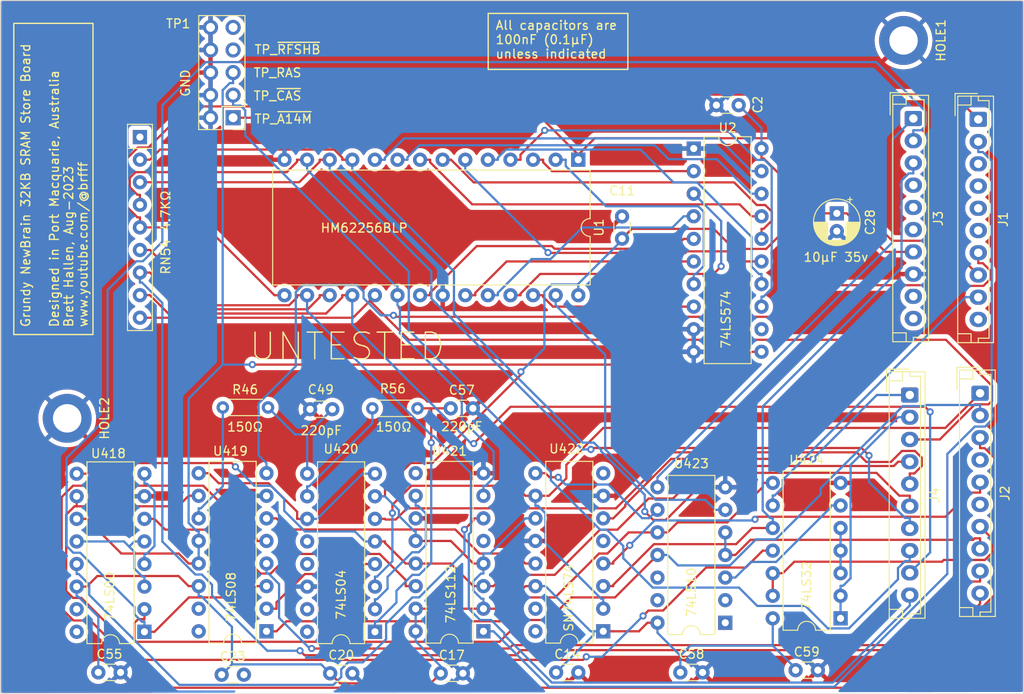
<source format=kicad_pcb>
(kicad_pcb (version 20221018) (generator pcbnew)
  (title_block (title "Grundy NewBrain SRAM Store Board") (date "2023-08-31") (rev "UNTESTED") (company "Brett Hallen") (comment 1 "www.youtube.com/@brfff"))
  (layers (0 "F.Cu" signal) (31 "B.Cu" signal) (34 "B.Paste" user) (35 "F.Paste" user) (36 "B.SilkS" user "B.Silkscreen") (37 "F.SilkS" user "F.Silkscreen") (38 "B.Mask" user) (39 "F.Mask" user) (44 "Edge.Cuts" user))
  (net 0 "")
  (net 1 "GND")
  (net 2 "VCC")
  (net 3 "Net-(C49-Pad1)")
  (net 4 "Net-(C57-Pad1)")
  (net 5 "/M1,1")
  (net 6 "/ZCK")
  (net 7 "/M1,3")
  (net 8 "/M1,4")
  (net 9 "/M1,5")
  (net 10 "/M1,6")
  (net 11 "/ROW")
  (net 12 "/~{A14M}")
  (net 13 "/80L")
  (net 14 "/FCTR")
  (net 15 "/~{TVS}")
  (net 16 "/1\\4")
  (net 17 "/FRM")
  (net 18 "/CSYNC")
  (net 19 "/FP")
  (net 20 "/LLVD")
  (net 21 "/~{RFSH}")
  (net 22 "/~{BUSAK}")
  (net 23 "/~{GR}")
  (net 24 "/M2,10")
  (net 25 "/~{TVCLK}")
  (net 26 "/TVAD")
  (net 27 "/1\\2")
  (net 28 "/M3,4")
  (net 29 "/M3,5")
  (net 30 "/M3,6")
  (net 31 "/TVSD")
  (net 32 "/~{RD}")
  (net 33 "/M4,3")
  (net 34 "/CPRQ")
  (net 35 "/~{CPRQG}")
  (net 36 "/M4,6")
  (net 37 "/M4,7")
  (net 38 "/M4,8")
  (net 39 "/M4,9")
  (net 40 "/M4,10")
  (net 41 "Net-(R46-Pad2)")
  (net 42 "/~{CAS}")
  (net 43 "Net-(R56-Pad1)")
  (net 44 "/A6")
  (net 45 "/A5")
  (net 46 "/A4")
  (net 47 "/A3")
  (net 48 "/A2")
  (net 49 "/A1")
  (net 50 "/A0")
  (net 52 "/RAS")
  (net 53 "/RAS_A6")
  (net 54 "/RAS_A5")
  (net 55 "/RAS_A4")
  (net 56 "/RAS_A3")
  (net 57 "/RAS_A2")
  (net 58 "/RAS_A1")
  (net 59 "/RAS_A0")
  (net 60 "Net-(U1-~{WE})")
  (net 62 "/~{RFRSHB}")
  (net 63 "/~{TVRQP}")
  (net 64 "Net-(U418-Pad4)")
  (net 65 "Net-(U421B-~{R})")
  (net 66 "Net-(U421A-~{Q})")
  (net 67 "/TVSLT")
  (net 68 "/TVS")
  (net 69 "Net-(U422B-~{CLR})")
  (net 70 "Net-(U421B-~{S})")
  (net 73 "/~{TVSD}")
  (net 75 "Net-(U422B-Q)")
  (net 78 "Net-(U419-Pad9)")
  (net 79 "Net-(U423-Pad3)")
  (net 80 "Net-(U424-Pad3)")
  (net 82 "/~{RFSHB}")
  (footprint "Capacitor_THT:C_Disc_D3.0mm_W1.6mm_P2.50mm" (layer "F.Cu") (at 197.652 130.302)
    (fp_text reference "C14")
    (fp_text value "100nF" hide)
  )
  (footprint "Package_DIP:DIP-20_W7.62mm" (layer "F.Cu") (at 213.116 71.379)
    (fp_text reference "U2")
    (fp_text value "74LS574")
  )
  (footprint "MountingHole:MountingHole_3.2mm_M3_Pad" (layer "F.Cu") (at 142.6993 101.7232 -90)
    (fp_text reference "HOLE2")
    (fp_text value "HOLE")
  )
  (footprint "MountingHole:MountingHole_3.2mm_M3_Pad" (layer "F.Cu") (at 236.6993 59.2232 -90)
    (fp_text reference "HOLE1")
    (fp_text value "HOLE")
  )
  (footprint "Capacitor_THT:C_Disc_D3.0mm_W1.6mm_P2.50mm" (layer "F.Cu") (at 185.8 100.6)
    (fp_text reference "C57")
    (fp_text value "220pF")
  )
  (footprint "Package_DIP:DIP-16_W7.62mm" (layer "F.Cu") (at 165.1 125.675 180)
    (fp_text reference "U419")
    (fp_text value "74LS08")
  )
  (footprint "Capacitor_THT:C_Disc_D3.0mm_W1.6mm_P2.50mm" (layer "F.Cu") (at 218.166 66.499 180)
    (fp_text reference "C2")
    (fp_text value "100nF" hide)
  )
  (footprint "Capacitor_THT:CP_Radial_D5.0mm_P2.00mm" (layer "F.Cu") (at 229.1993 78.6681 -90)
    (fp_text reference "C28")
    (fp_text value "10µF 35v")
  )
  (footprint "Connector_JST:JST_EH_B10B-EH-A_1x10_P2.50mm_Vertical" (layer "F.Cu") (at 245.2993 98.9 -90)
    (fp_text reference "J2")
    (fp_text value "Conn_01x10" hide)
  )
  (footprint "Connector_PinHeader_2.54mm:PinHeader_2x05_P2.54mm_Vertical" (layer "F.Cu") (at 161.351 67.915 180)
    (fp_text reference "TP1")
    (fp_text value "Conn_02x05_Odd_Even" hide)
  )
  (footprint "Capacitor_THT:C_Disc_D3.0mm_W1.6mm_P2.50mm" (layer "F.Cu") (at 172.252 130.4)
    (fp_text reference "C20")
    (fp_text value "100nF" hide)
  )
  (footprint "Connector_JST:JST_EH_B10B-EH-A_1x10_P2.50mm_Vertical" (layer "F.Cu") (at 237.7993 68 -90)
    (fp_text reference "J3")
    (fp_text value "Conn_01x10" hide)
  )
  (footprint "Package_DIP:DIP-16_W7.62mm" (layer "F.Cu") (at 151.384 125.73 180)
    (fp_text reference "U418")
    (fp_text value "74LS00")
  )
  (footprint "Connector_JST:JST_EH_B10B-EH-A_1x10_P2.50mm_Vertical" (layer "F.Cu") (at 245.0993 68.1 -90)
    (fp_text reference "J1")
    (fp_text value "Conn_01x10" hide)
  )
  (footprint "Capacitor_THT:C_Disc_D3.0mm_W1.6mm_P2.50mm" (layer "F.Cu") (at 224.5693 130.048)
    (fp_text reference "C59")
    (fp_text value "100nF" hide)
  )
  (footprint "Package_DIP:DIP-16_W7.62mm" (layer "F.Cu") (at 177.292 125.73 180)
    (fp_text reference "U420")
    (fp_text value "74LS04")
  )
  (footprint "Capacitor_THT:C_Disc_D3.0mm_W1.6mm_P2.50mm" (layer "F.Cu") (at 184.678 130.4)
    (fp_text reference "C17")
    (fp_text value "100nF" hide)
  )
  (footprint "Package_DIP:DIP-14_W7.62mm" (layer "F.Cu") (at 229.6193 124.2232 180)
    (fp_text reference "U424")
    (fp_text value "74LS32")
  )
  (footprint "Capacitor_THT:C_Disc_D3.0mm_W1.6mm_P2.50mm" (layer "F.Cu") (at 211.612 130.302)
    (fp_text reference "C58")
    (fp_text value "100nF" hide)
  )
  (footprint "Package_DIP:DIP-16_W7.62mm" (layer "F.Cu") (at 202.946 125.675 180)
    (fp_text reference "U422")
    (fp_text value "SN74LS74")
  )
  (footprint "Package_DIP:DIP-16_W7.62mm" (layer "F.Cu") (at 189.484 125.675 180)
    (fp_text reference "U421")
    (fp_text value "74LS112")
  )
  (footprint "Package_DIP:DIP-28_W15.24mm" (layer "F.Cu") (at 200.142 72.639 -90)
    (fp_text reference "U1")
    (fp_text value "HM62256BLP")
  )
  (footprint "Capacitor_THT:C_Disc_D3.0mm_W1.6mm_P2.50mm" (layer "F.Cu") (at 146.2 130.3)
    (fp_text reference "C55")
    (fp_text value "100nF" hide)
  )
  (footprint "Resistor_THT:R_Axial_DIN0204_L3.6mm_D1.6mm_P5.08mm_Horizontal" (layer "F.Cu") (at 177 100.6)
    (fp_text reference "R56")
    (fp_text value "150Ω")
  )
  (footprint "Capacitor_THT:C_Disc_D3.0mm_W1.6mm_P2.50mm" (layer "F.Cu") (at 172.5 100.7 180)
    (fp_text reference "C49")
    (fp_text value "220pF")
  )
  (footprint "Connector_JST:JST_EH_B10B-EH-A_1x10_P2.50mm_Vertical" (layer "F.Cu") (at 237.3993 99.1 -90)
    (fp_text reference "J4")
    (fp_text value "Conn_01x10" hide)
  )
  (footprint "Resistor_THT:R_Array_SIP9" (layer "F.Cu") (at 150.876 70.089 -90)
    (fp_text reference "RN54")
    (fp_text value "4.7KΩ")
  )
  (footprint "Package_DIP:DIP-14_W7.62mm" (layer "F.Cu") (at 216.662 124.714 180)
    (fp_text reference "U423")
    (fp_text value "74LS10")
  )
  (footprint "Resistor_THT:R_Axial_DIN0204_L3.6mm_D1.6mm_P5.08mm_Horizontal" (layer "F.Cu") (at 165.27 100.5 180)
    (fp_text reference "R46")
    (fp_text value "150Ω")
  )
  (footprint "Capacitor_THT:C_Disc_D3.0mm_W1.6mm_P2.50mm" (layer "F.Cu") (at 205.062 81.514 90)
    (fp_text reference "C11")
    (fp_text value "100nF" hide)
  )
  (footprint "Capacitor_THT:C_Disc_D3.0mm_W1.6mm_P2.50mm" (layer "F.Cu") (at 160.06 130.556)
    (fp_text reference "C23")
    (fp_text value "100nF" hide)
  )
  (gr_arc (start 250.1993 132.5232) (mid 250.140721 132.664621) (end 249.9993 132.7232) (stroke (width 0.1)) (layer "Edge.Cuts"))
  (gr_line (start 135.1993 132.5232) (end 135.1993 54.9232) (stroke (width 0.1)) (layer "Edge.Cuts"))
  (gr_arc (start 249.9993 54.7232) (mid 250.140721 54.781779) (end 250.1993 54.9232) (stroke (width 0.1)) (layer "Edge.Cuts"))
  (gr_line (start 249.9993 132.7232) (end 135.3993 132.7232) (stroke (width 0.1)) (layer "Edge.Cuts"))
  (gr_arc (start 135.1993 54.9232) (mid 135.257879 54.781779) (end 135.3993 54.7232) (stroke (width 0.1)) (layer "Edge.Cuts"))
  (gr_line (start 249.9993 54.7232) (end 135.3993 54.7232) (stroke (width 0.1)) (layer "Edge.Cuts"))
  (gr_arc (start 135.3993 132.7232) (mid 135.257879 132.664621) (end 135.1993 132.5232) (stroke (width 0.1)) (layer "Edge.Cuts"))
  (gr_line (start 250.1993 54.9232) (end 250.1993 132.5232) (stroke (width 0.1)) (layer "Edge.Cuts"))
  (gr_text "TP_~{RFSHB}" (at 163.676 60.84) (layer "F.SilkS") (effects (font (size 1 1)) (justify left bottom)))
  (gr_text "TP_~{A14M}" (at 163.676 68.64) (layer "F.SilkS") (effects (font (size 1 1)) (justify left bottom)))
  (gr_text "UNTESTED" (at 163 95.4) (layer "F.SilkS") (effects (font (size 3 3)) (justify left bottom)))
  (gr_text "TP_~{CAS}" (at 163.576 66.04) (layer "F.SilkS") (effects (font (size 1 1)) (justify left bottom)))
  (gr_text "TP_RAS" (at 163.576 63.44) (layer "F.SilkS") (effects (font (size 1 1)) (justify left bottom)))
  (gr_text "GND" (at 156.576 65.64 90) (layer "F.SilkS") (effects (font (size 1 1)) (justify left bottom)))
  (gr_text_box "Grundy NewBrain 32KB SRAM Store Board\n\nDesigned in Port Macquarie, Australia\nBrett Hallen, Aug-2023\nwww.youtube.com/@brfff" (start 136.7 92.3) (end 145.6 57.3) (angle 90) (layer "F.SilkS") (effects (font (size 1 1)) (justify left top)) (stroke (width 0.15)))
  (gr_text_box "All capacitors are 100nF (0.1µF)\nunless indicated" (start 190.016 56.184) (end 205.716 62.484) (layer "F.SilkS") (effects (font (size 1 1)) (justify left top)) (stroke (width 0.15)))
  (segment (start 157.48 120.595) (end 156.3531 120.595) (width 0.25) (layer "F.Cu") (net 2))
  (segment (start 206.9541 125.675) (end 207.9151 124.714) (width 0.25) (layer "F.Cu") (net 2))
  (segment (start 190.6109 123.135) (end 191.6591 123.135) (width 0.25) (layer "F.Cu") (net 2))
  (segment (start 221.2556 82.6663) (end 226.2053 77.7166) (width 0.25) (layer "F.Cu") (net 2))
  (segment (start 183.7538 106.7477) (end 193.7003 96.8012) (width 0.25) (layer "F.Cu") (net 2))
  (segment (start 178.4189 109.6448) (end 181.316 106.7477) (width 0.25) (layer "F.Cu") (net 2))
  (segment (start 220.736 71.379) (end 220.736 72.5059) (width 0.25) (layer "F.Cu") (net 2))
  (segment (start 185.8171 115.515) (end 188.3571 118.055) (width 0.25) (layer "F.Cu") (net 2))
  (segment (start 173.3854 131.5334) (end 172.252 130.4) (width 0.25) (layer "F.Cu") (net 2))
  (segment (start 229.1993 78.6681) (end 228.0724 78.6681) (width 0.25) (layer "F.Cu") (net 2))
  (segment (start 193.7003 96.8012) (end 193.7003 96.4892) (width 0.25) (layer "F.Cu") (net 2))
  (segment (start 237.7993 83) (end 234.6581 83) (width 0.25) (layer "F.Cu") (net 2))
  (segment (start 189.484 123.135) (end 181.864 123.135) (width 0.25) (layer "F.Cu") (net 2))
  (segment (start 177.292 110.49) (end 178.4189 110.49) (width 0.25) (layer "F.Cu") (net 2))
  (segment (start 190.0475 123.135) (end 189.484 123.135) (width 0.25) (layer "F.Cu") (net 2))
  (segment (start 227.4152 78.6681) (end 228.0724 78.6681) (width 0.25) (layer "F.Cu") (net 2))
  (segment (start 217.6316 82.6663) (end 221.2556 82.6663) (width 0.25) (layer "F.Cu") (net 2))
  (segment (start 205.062 81.514) (end 206.1639 80.4121) (width 0.25) (layer "F.Cu") (net 2))
  (segment (start 156.3531 120.595) (end 155.2175 119.4594) (width 0.25) (layer "F.Cu") (net 2))
  (segment (start 206.1639 80.4121) (end 215.3774 80.4121) (width 0.25) (layer "F.Cu") (net 2))
  (segment (start 189.484 118.055) (end 188.3571 118.055) (width 0.25) (layer "F.Cu") (net 2))
  (segment (start 226.2053 77.7166) (end 226.4637 77.7166) (width 0.25) (layer "F.Cu") (net 2))
  (segment (start 181.864 115.515) (end 185.8171 115.515) (width 0.25) (layer "F.Cu") (net 2))
  (segment (start 178.4189 110.49) (end 178.4189 109.6448) (width 0.25) (layer "F.Cu") (net 2))
  (segment (start 220.9945 72.5059) (end 220.736 72.5059) (width 0.25) (layer "F.Cu") (net 2))
  (segment (start 155.2175 119.4594) (end 146.0815 119.4594) (width 0.25) (layer "F.Cu") (net 2))
  (segment (start 146.0815 119.4594) (end 144.8909 120.65) (width 0.25) (layer "F.Cu") (net 2))
  (segment (start 229.1993 78.6681) (end 230.3262 78.6681) (width 0.25) (layer "F.Cu") (net 2))
  (segment (start 184.678 130.4) (end 183.5446 131.5334) (width 0.25) (layer "F.Cu") (net 2))
  (segment (start 226.4637 77.7166) (end 227.4152 78.6681) (width 0.25) (layer "F.Cu") (net 2))
  (segment (start 234.6581 83) (end 230.3262 78.6681) (width 0.25) (layer "F.Cu") (net 2))
  (segment (start 195.326 120.595) (end 194.1991 120.595) (width 0.25) (layer "F.Cu") (net 2))
  (segment (start 204.0729 125.675) (end 206.9541 125.675) (width 0.25) (layer "F.Cu") (net 2))
  (segment (start 143.764 120.65) (end 144.8909 120.65) (width 0.25) (layer "F.Cu") (net 2))
  (segment (start 191.6591 123.135) (end 194.1991 120.595) (width 0.25) (layer "F.Cu") (net 2))
  (segment (start 183.5446 131.5334) (end 173.3854 131.5334) (width 0.25) (layer "F.Cu") (net 2))
  (segment (start 209.042 124.714) (end 207.9151 124.714) (width 0.25) (layer "F.Cu") (net 2))
  (segment (start 215.3774 80.4121) (end 217.6316 82.6663) (width 0.25) (layer "F.Cu") (net 2))
  (segment (start 190.0475 123.135) (end 190.6109 123.135) (width 0.25) (layer "F.Cu") (net 2))
  (segment (start 226.2053 77.7166) (end 220.9945 72.5059) (width 0.25) (layer "F.Cu") (net 2))
  (segment (start 181.316 106.7477) (end 183.7538 106.7477) (width 0.25) (layer "F.Cu") (net 2))
  (segment (start 202.946 125.675) (end 204.0729 125.675) (width 0.25) (layer "F.Cu") (net 2))
  (via (at 193.7003 96.4892) (size 0.8) (drill 0.4) (layers "F.Cu" "B.Cu") (net 2))
  (segment (start 201.5329 125.675) (end 201.8191 125.675) (width 0.25) (layer "B.Cu") (net 2))
  (segment (start 221.9993 127.2859) (end 212.737 127.2859) (width 0.25) (layer "B.Cu") (net 2))
  (segment (start 218.166 66.499) (end 220.736 69.069) (width 0.25) (layer "B.Cu") (net 2))
  (segment (start 189.484 123.135) (end 189.484 122.0081) (width 0.25) (layer "B.Cu") (net 2))
  (segment (start 181.864 125.675) (end 181.864 123.135) (width 0.25) (layer "B.Cu") (net 2))
  (segment (start 200.0632 86.6748) (end 205.062 81.676) (width 0.25) (layer "B.Cu") (net 2))
  (segment (start 194.2006 112.975) (end 194.1991 112.975) (width 0.25) (layer "B.Cu") (net 2))
  (segment (start 184.678 129.6159) (end 184.678 130.4) (width 0.25) (layer "B.Cu") (net 2))
  (segment (start 189.2023 119.1819) (end 189.484 119.1819) (width 0.25) (layer "B.Cu") (net 2))
  (segment (start 179.9786 112.0497) (end 178.4189 110.49) (width 0.25) (layer "B.Cu") (net 2))
  (segment (start 200.142 86.7536) (end 200.0632 86.6748) (width 0.25) (layer "B.Cu") (net 2))
  (segment (start 212.737 127.2859) (end 211.612 128.4109) (width 0.25) (layer "B.Cu") (net 2))
  (segment (start 143.764 121.7769) (end 143.9446 121.7769) (width 0.25) (layer "B.Cu") (net 2))
  (segment (start 189.484 118.055) (end 189.484 116.9281) (width 0.25) (layer "B.Cu") (net 2))
  (segment (start 157.48 120.595) (end 157.48 121.7219) (width 0.25) (layer "B.Cu") (net 2))
  (segment (start 171.2477 129.3957) (end 161.2203 129.3957) (width 0.25) (layer "B.Cu") (net 2))
  (segment (start 143.764 120.65) (end 143.764 121.7769) (width 0.25) (layer "B.Cu") (net 2))
  (segment (start 200.142 86.8479) (end 200.142 86.7536) (width 0.25) (layer "B.Cu") (net 2))
  (segment (start 181.864 126.8019) (end 184.678 129.6159) (width 0.25) (layer "B.Cu") (net 2))
  (segment (start 181.864 115.515) (end 181.864 114.3881) (width 0.25) (layer "B.Cu") (net 2))
  (segment (start 195.326 120.595) (end 196.4529 120.595) (width 0.25) (layer "B.Cu") (net 2))
  (segment (start 181.864 114.3881) (end 181.6832 114.3881) (width 0.25) (layer "B.Cu") (net 2))
  (segment (start 189.2505 122.0081) (end 188.3346 121.0922) (width 0.25) (layer "B.Cu") (net 2))
  (segment (start 157.48 121.7219) (end 157.7617 121.7219) (width 0.25) (layer "B.Cu") (net 2))
  (segment (start 224.5693 130.048) (end 224.5693 129.8559) (width 0.25) (layer "B.Cu") (net 2))
  (segment (start 209.042 124.714) (end 209.042 125.8409) (width 0.25) (layer "B.Cu") (net 2))
  (segment (start 201.8191 126.1349) (end 197.652 130.302) (width 0.25) (layer "B.Cu") (net 2))
  (segment (start 205.062 81.676) (end 205.062 81.514) (width 0.25) (layer "B.Cu") (net 2))
  (segment (start 181.864 125.675) (end 181.864 126.8019) (width 0.25) (layer "B.Cu") (net 2))
  (segment (start 177.292 110.49) (end 178.4189 110.49) (width 0.25) (layer "B.Cu") (net 2))
  (segment (start 189.484 116.9281) (end 190.246 116.9281) (width 0.25) (layer "B.Cu") (net 2))
  (segment (start 196.4529 120.595) (end 201.5329 125.675) (width 0.25) (layer "B.Cu") (net 2))
  (segment (start 146.2 124.0323) (end 146.2 130.3) (width 0.25) (layer "B.Cu") (net 2))
  (segment (start 161.2203 125.1805) (end 161.2203 129.3957) (width 0.25) (layer "B.Cu") (net 2))
  (segment (start 161.2203 129.3957) (end 160.06 130.556) (width 0.25) (layer "B.Cu") (net 2))
  (segment (start 188.3346 121.0922) (end 188.3346 120.0496) (width 0.25) (layer "B.Cu") (net 2))
  (segment (start 143.9446 121.7769) (end 146.2 124.0323) (width 0.25) (layer "B.Cu") (net 2))
  (segment (start 196.332 87.486) (end 197.1432 86.6748) (width 0.25) (layer "B.Cu") (net 2))
  (segment (start 189.484 122.0081) (end 189.2505 122.0081) (width 0.25) (layer "B.Cu") (net 2))
  (segment (start 179.9786 112.6835) (end 179.9786 112.0497) (width 0.25) (layer "B.Cu") (net 2))
  (segment (start 194.3125 112.975) (end 194.2006 112.975) (width 0.25) (layer "B.Cu") (net 2))
  (segment (start 211.612 128.4109) (end 211.612 130.302) (width 0.25) (layer "B.Cu") (net 2))
  (segment (start 221.9993 127.2859) (end 221.9993 125.3501) (width 0.25) (layer "B.Cu") (net 2))
  (segment (start 181.6832 114.3881) (end 179.9786 112.6835) (width 0.25) (layer "B.Cu") (net 2))
  (segment (start 172.252 130.4) (end 171.2477 129.3957) (width 0.25) (layer "B.Cu") (net 2))
  (segment (start 196.332 93.8575) (end 196.332 87.486) (width 0.25) (layer "B.Cu") (net 2))
  (segment (start 157.7617 121.7219) (end 161.2203 125.1805) (width 0.25) (layer "B.Cu") (net 2))
  (segment (start 221.9993 124.2232) (end 221.9993 125.3501) (width 0.25) (layer "B.Cu") (net 2))
  (segment (start 201.8191 125.675) (end 201.8191 126.1349) (width 0.25) (layer "B.Cu") (net 2))
  (segment (start 189.484 118.055) (end 189.484 119.1819) (width 0.25) (layer "B.Cu") (net 2))
  (segment (start 220.736 69.069) (end 220.736 71.379) (width 0.25) (layer "B.Cu") (net 2))
  (segment (start 197.1432 86.6748) (end 200.0632 86.6748) (width 0.25) (layer "B.Cu") (net 2))
  (segment (start 195.326 112.975) (end 194.3125 112.975) (width 0.25) (layer "B.Cu") (net 2))
  (segment (start 200.142 87.879) (end 200.142 86.8479) (width 0.25) (layer "B.Cu") (net 2))
  (segment (start 193.7003 96.4892) (end 196.332 93.8575) (width 0.25) (layer "B.Cu") (net 2))
  (segment (start 190.246 116.9281) (end 194.1991 112.975) (width 0.25) (layer "B.Cu") (net 2))
  (segment (start 224.5693 129.8559) (end 221.9993 127.2859) (width 0.25) (layer "B.Cu") (net 2))
  (segment (start 202.946 125.675) (end 201.8191 125.675) (width 0.25) (layer "B.Cu") (net 2))
  (segment (start 209.042 125.8409) (end 211.612 128.4109) (width 0.25) (layer "B.Cu") (net 2))
  (segment (start 188.3346 120.0496) (end 189.2023 119.1819) (width 0.25) (layer "B.Cu") (net 2))
  (segment (start 168.298 103.528) (end 169.672 103.528) (width 0.25) (layer "B.Cu") (net 3))
  (segment (start 165.27 100.5) (end 168.298 103.528) (width 0.25) (layer "B.Cu") (net 3))
  (segment (start 169.672 107.95) (end 169.672 107.3865) (width 0.25) (layer "B.Cu") (net 3))
  (segment (start 169.672 107.3865) (end 169.672 103.528) (width 0.25) (layer "B.Cu") (net 3))
  (segment (start 169.672 103.528) (end 172.5 100.7) (width 0.25) (layer "B.Cu") (net 3))
  (segment (start 183.6154 100.6) (end 182.08 100.6) (width 0.25) (layer "F.Cu") (net 4))
  (segment (start 185.8 100.6) (end 183.6154 100.6) (width 0.25) (layer "F.Cu") (net 4))
  (segment (start 183.6154 100.6) (end 183.6154 104.4595) (width 0.25) (layer "F.Cu") (net 4))
  (via (at 183.6154 104.4595) (size 0.8) (drill 0.4) (layers "F.Cu" "B.Cu") (net 4))
  (segment (start 183.6154 117.9727) (end 183.6154 104.4595) (width 0.25) (layer "B.Cu") (net 4))
  (segment (start 181.4966 119.325) (end 182.2631 119.325) (width 0.25) (layer "B.Cu") (net 4))
  (segment (start 179.7057 121.1159) (end 181.4966 119.325) (width 0.25) (layer "B.Cu") (net 4))
  (segment (start 177.292 124.6031) (end 177.544 124.6031) (width 0.25) (layer "B.Cu") (net 4))
  (segment (start 177.544 124.6031) (end 179.7057 122.4414) (width 0.25) (layer "B.Cu") (net 4))
  (segment (start 177.292 125.73) (end 177.292 124.6031) (width 0.25) (layer "B.Cu") (net 4))
  (segment (start 182.2631 119.325) (end 183.6154 117.9727) (width 0.25) (layer "B.Cu") (net 4))
  (segment (start 179.7057 122.4414) (end 179.7057 121.1159) (width 0.25) (layer "B.Cu") (net 4))
  (segment (start 242.3104 65.3111) (end 245.0993 68.1) (width 0.25) (layer "F.Cu") (net 5))
  (segment (start 156.4521 66.645) (end 213.2538 66.645) (width 0.25) (layer "F.Cu") (net 5))
  (segment (start 214.5877 65.3111) (end 242.3104 65.3111) (width 0.25) (layer "F.Cu") (net 5))
  (segment (start 150.876 79.1221) (end 150.5943 79.1221) (width 0.25) (layer "F.Cu") (net 5))
  (segment (start 151.8276 71.2695) (end 156.4521 66.645) (width 0.25) (layer "F.Cu") (net 5))
  (segment (start 167.122 87.879) (end 165.9951 87.879) (width 0.25) (layer "F.Cu") (net 5))
  (segment (start 150.876 80.249) (end 150.876 79.1221) (width 0.25) (layer "F.Cu") (net 5))
  (segment (start 149.2494 77.7772) (end 149.2494 72.6581) (width 0.25) (layer "F.Cu") (net 5))
  (segment (start 149.2494 72.6581) (end 150.638 71.2695) (width 0.25) (layer "F.Cu") (net 5))
  (segment (start 165.9951 87.879) (end 158.3651 80.249) (width 0.25) (layer "F.Cu") (net 5))
  (segment (start 150.5943 79.1221) (end 149.2494 77.7772) (width 0.25) (layer "F.Cu") (net 5))
  (segment (start 213.2538 66.645) (end 214.5877 65.3111) (width 0.25) (layer "F.Cu") (net 5))
  (segment (start 158.3651 80.249) (end 150.876 80.249) (width 0.25) (layer "F.Cu") (net 5))
  (segment (start 150.638 71.2695) (end 151.8276 71.2695) (width 0.25) (layer "F.Cu") (net 5))
  (segment (start 189.484 125.675) (end 190.6109 125.675) (width 0.25) (layer "B.Cu") (net 6))
  (segment (start 245.8708 102.65) (end 244.7009 102.65) (width 0.25) (layer "B.Cu") (net 6))
  (segment (start 241.6182 119.2204) (end 228.9171 131.9215) (width 0.25) (layer "B.Cu") (net 6))
  (segment (start 246.6125 101.9083) (end 245.8708 102.65) (width 0.25) (layer "B.Cu") (net 6))
  (segment (start 245.6142 71.7769) (end 246.6125 72.7752) (width 0.25) (layer "B.Cu") (net 6))
  (segment (start 245.0993 71.7769) (end 245.6142 71.7769) (width 0.25) (layer "B.Cu") (net 6))
  (segment (start 241.6182 105.7327) (end 241.6182 119.2204) (width 0.25) (layer "B.Cu") (net 6))
  (segment (start 246.6125 72.7752) (end 246.6125 101.9083) (width 0.25) (layer "B.Cu") (net 6))
  (segment (start 196.8574 131.9215) (end 190.6109 125.675) (width 0.25) (layer "B.Cu") (net 6))
  (segment (start 228.9171 131.9215) (end 196.8574 131.9215) (width 0.25) (layer "B.Cu") (net 6))
  (segment (start 245.0993 70.6) (end 245.0993 71.7769) (width 0.25) (layer "B.Cu") (net 6))
  (segment (start 244.7009 102.65) (end 241.6182 105.7327) (width 0.25) (layer "B.Cu") (net 6))
  (segment (start 226.5881 86.75) (end 223.0361 90.302) (width 0.25) (layer "F.Cu") (net 11))
  (segment (start 240.274 86.8246) (end 240.1994 86.75) (width 0.25) (layer "F.Cu") (net 11))
  (segment (start 245.6845 86.8246) (end 240.274 86.8246) (width 0.25) (layer "F.Cu") (net 11))
  (segment (start 246.4065 86.1026) (end 245.6845 86.8246) (width 0.25) (layer "F.Cu") (net 11))
  (segment (start 245.0993 83.1) (end 245.0993 84.2769) (width 0.25) (layer "F.Cu") (net 11))
  (segment (start 245.0993 84.2769) (end 245.6142 84.2769) (width 0.25) (layer "F.Cu") (net 11))
  (segment (start 240.1994 86.75) (end 226.5881 86.75) (width 0.25) (layer "F.Cu") (net 11))
  (segment (start 179.5354 90.302) (end 179.3717 90.1383) (width 0.25) (layer "F.Cu") (net 11))
  (segment (start 223.0361 90.302) (end 179.5354 90.302) (width 0.25) (layer "F.Cu") (net 11))
  (segment (start 245.6142 84.2769) (end 246.4065 85.0692) (width 0.25) (layer "F.Cu") (net 11))
  (segment (start 246.4065 85.0692) (end 246.4065 86.1026) (width 0.25) (layer "F.Cu") (net 11))
  (via (at 179.3717 90.1383) (size 0.8) (drill 0.4) (layers "F.Cu" "B.Cu") (net 11))
  (segment (start 168.392 87.5231) (end 168.392 95.8634) (width 0.25) (layer "B.Cu") (net 11))
  (segment (start 177.9438 90.1383) (end 176.012 88.2065) (width 0.25) (layer "B.Cu") (net 11))
  (segment (start 165.1 107.895) (end 165.1 106.7681) (width 0.25) (layer "B.Cu") (net 11))
  (segment (start 164.2113 100.0441) (end 164.2113 105.8794) (width 0.25) (layer "B.Cu") (net 11))
  (segment (start 176.012 87.4801) (end 175.2541 86.7222) (width 0.25) (layer "B.Cu") (net 11))
  (segment (start 176.012 88.2065) (end 176.012 87.4801) (width 0.25) (layer "B.Cu") (net 11))
  (segment (start 164.2113 105.8794) (end 165.1 106.7681) (width 0.25) (layer "B.Cu") (net 11))
  (segment (start 175.2541 86.7222) (end 169.1929 86.7222) (width 0.25) (layer "B.Cu") (net 11))
  (segment (start 169.1929 86.7222) (end 168.392 87.5231) (width 0.25) (layer "B.Cu") (net 11))
  (segment (start 168.392 95.8634) (end 164.2113 100.0441) (width 0.25) (layer "B.Cu") (net 11))
  (segment (start 179.3717 90.1383) (end 177.9438 90.1383) (width 0.25) (layer "B.Cu") (net 11))
  (segment (start 241.2493 81.75) (end 235.4282 81.75) (width 0.25) (layer "F.Cu") (net 12))
  (segment (start 223.8988 70.2206) (end 201.9969 70.2206) (width 0.25) (layer "F.Cu") (net 12))
  (segment (start 245.0993 85.6) (end 241.2493 81.75) (width 0.25) (layer "F.Cu") (net 12))
  (segment (start 201.9969 70.2206) (end 200.142 72.0755) (width 0.25) (layer "F.Cu") (net 12))
  (segment (start 200.142 72.0755) (end 195.9815 67.915) (width 0.25) (layer "F.Cu") (net 12))
  (segment (start 200.142 72.639) (end 200.142 72.0755) (width 0.25) (layer "F.Cu") (net 12))
  (segment (start 235.4282 81.75) (end 223.8988 70.2206) (width 0.25) (layer "F.Cu") (net 12))
  (segment (start 195.9815 67.915) (end 161.351 67.915) (width 0.25) (layer "F.Cu") (net 12))
  (segment (start 223.1262 108.6415) (end 223.1262 109.4825) (width 0.25) (layer "B.Cu") (net 13))
  (segment (start 245.0993 88.1) (end 243.7974 88.1) (width 0.25) (layer "B.Cu") (net 13))
  (segment (start 243.7974 88.1) (end 243.6677 88.1) (width 0.25) (layer "B.Cu") (net 13))
  (segment (start 222.2124 110.3963) (end 221.9993 110.3963) (width 0.25) (layer "B.Cu") (net 13))
  (segment (start 243.6677 88.1) (end 223.1262 108.6415) (width 0.25) (layer "B.Cu") (net 13))
  (segment (start 221.9993 111.5232) (end 221.9993 110.3963) (width 0.25) (layer "B.Cu") (net 13))
  (segment (start 223.1262 109.4825) (end 222.2124 110.3963) (width 0.25) (layer "B.Cu") (net 13))
  (segment (start 181.3841 109.3081) (end 179.2517 111.4405) (width 0.25) (layer "F.Cu") (net 15))
  (segment (start 202.9527 102.7993) (end 241.4 102.7993) (width 0.25) (layer "F.Cu") (net 15))
  (segment (start 198.7999 108.4715) (end 198.7999 106.9521) (width 0.25) (layer "F.Cu") (net 15))
  (segment (start 196.8364 110.435) (end 198.7999 108.4715) (width 0.25) (layer "F.Cu") (net 15))
  (segment (start 179.2517 111.4405) (end 179.2517 112.3821) (width 0.25) (layer "F.Cu") (net 15))
  (segment (start 193.0722 109.3081) (end 181.3841 109.3081) (width 0.25) (layer "F.Cu") (net 15))
  (segment (start 198.7999 106.9521) (end 202.9527 102.7993) (width 0.25) (layer "F.Cu") (net 15))
  (segment (start 195.326 110.435) (end 196.8364 110.435) (width 0.25) (layer "F.Cu") (net 15))
  (segment (start 194.1991 110.435) (end 193.0722 109.3081) (width 0.25) (layer "F.Cu") (net 15))
  (segment (start 195.326 110.435) (end 194.1991 110.435) (width 0.25) (layer "F.Cu") (net 15))
  (segment (start 241.4 102.7993) (end 245.2993 98.9) (width 0.25) (layer "F.Cu") (net 15))
  (via (at 179.2517 112.3821) (size 0.8) (drill 0.4) (layers "F.Cu" "B.Cu") (net 15))
  (segment (start 195.326 111.5619) (end 195.6078 111.5619) (width 0.25) (layer "B.Cu") (net 15))
  (segment (start 179.2517 117.7969) (end 177.5255 119.5231) (width 0.25) (layer "B.Cu") (net 15))
  (segment (start 177.292 120.65) (end 177.292 119.5231) (width 0.25) (layer "B.Cu") (net 15))
  (segment (start 202.946 123.135) (end 202.946 122.0081) (width 0.25) (layer "B.Cu") (net 15))
  (segment (start 195.326 110.435) (end 195.326 111.5619) (width 0.25) (layer "B.Cu") (net 15))
  (segment (start 179.2517 112.3821) (end 179.2517 117.7969) (width 0.25) (layer "B.Cu") (net 15))
  (segment (start 196.4529 112.407) (end 196.4529 115.7485) (width 0.25) (layer "B.Cu") (net 15))
  (segment (start 195.6078 111.5619) (end 196.4529 112.407) (width 0.25) (layer "B.Cu") (net 15))
  (segment (start 202.7125 122.0081) (end 202.946 122.0081) (width 0.25) (layer "B.Cu") (net 15))
  (segment (start 196.4529 115.7485) (end 202.7125 122.0081) (width 0.25) (layer "B.Cu") (net 15))
  (segment (start 177.5255 119.5231) (end 177.292 119.5231) (width 0.25) (layer "B.Cu") (net 15))
  (segment (start 199.3643 121.865) (end 196.8243 124.405) (width 0.25) (layer "F.Cu") (net 16))
  (segment (start 150.2571 126.681) (end 150.2571 124.7293) (width 0.25) (layer "F.Cu") (net 16))
  (segment (start 209.042 117.094) (end 204.271 121.865) (width 0.25) (layer "F.Cu") (net 16))
  (segment (start 151.384 123.19) (end 151.384 124.3169) (width 0.25) (layer "F.Cu") (net 16))
  (segment (start 193.7462 124.405) (end 191.2943 126.8569) (width 0.25) (layer "F.Cu") (net 16))
  (segment (start 150.6695 124.3169) (end 151.384 124.3169) (width 0.25) (layer "F.Cu") (net 16))
  (segment (start 150.433 126.8569) (end 150.2571 126.681) (width 0.25) (layer "F.Cu") (net 16))
  (segment (start 196.8243 124.405) (end 193.7462 124.405) (width 0.25) (layer "F.Cu") (net 16))
  (segment (start 150.2571 124.7293) (end 150.6695 124.3169) (width 0.25) (layer "F.Cu") (net 16))
  (segment (start 191.2943 126.8569) (end 150.433 126.8569) (width 0.25) (layer "F.Cu") (net 16))
  (segment (start 204.271 121.865) (end 199.3643 121.865) (width 0.25) (layer "F.Cu") (net 16))
  (segment (start 239.1494 100.2231) (end 239.022 100.3505) (width 0.25) (layer "B.Cu") (net 16))
  (segment (start 239.022 100.3505) (end 236.6245 100.3505) (width 0.25) (layer "B.Cu") (net 16))
  (segment (start 236.6245 100.3505) (end 227.3875 109.5875) (width 0.25) (layer "B.Cu") (net 16))
  (segment (start 222.3268 115.3332) (end 220.1161 115.3332) (width 0.25) (layer "B.Cu") (net 16))
  (segment (start 227.3875 110.2725) (end 222.3268 115.3332) (width 0.25) (layer "B.Cu") (net 16))
  (segment (start 217.1847 118.2646) (end 211.3395 118.2646) (width 0.25) (layer "B.Cu") (net 16))
  (segment (start 209.042 117.094) (end 210.1689 117.094) (width 0.25) (layer "B.Cu") (net 16))
  (segment (start 211.3395 118.2646) (end 210.1689 117.094) (width 0.25) (layer "B.Cu") (net 16))
  (segment (start 220.1161 115.3332) (end 217.1847 118.2646) (width 0.25) (layer "B.Cu") (net 16))
  (segment (start 227.3875 109.5875) (end 227.3875 110.2725) (width 0.25) (layer "B.Cu") (net 16))
  (segment (start 245.2993 100.2231) (end 239.1494 100.2231) (width 0.25) (layer "B.Cu") (net 16))
  (segment (start 245.2993 101.4) (end 245.2993 100.2231) (width 0.25) (layer "B.Cu") (net 16))
  (segment (start 157.991 109.2994) (end 143.3603 109.2994) (width 0.25) (layer "F.Cu") (net 17))
  (segment (start 236.4931 132.0267) (end 247.126 121.3938) (width 0.25) (layer "F.Cu") (net 17))
  (segment (start 142.0841 110.5756) (end 142.0841 123.1352) (width 0.25) (layer "F.Cu") (net 17))
  (segment (start 152.864 132.0267) (end 236.4931 132.0267) (width 0.25) (layer "F.Cu") (net 17))
  (segment (start 143.4089 124.46) (end 145.2973 124.46) (width 0.25) (layer "F.Cu") (net 17))
  (segment (start 247.126 114.584) (end 247.126 106.3887) (width 0.25) (layer "F.Cu") (net 17))
  (segment (start 245.2993 103.9) (end 245.2993 105.0769) (width 0.25) (layer "F.Cu") (net 17))
  (segment (start 143.3603 109.2994) (end 142.0841 110.5756) (width 0.25) (layer "F.Cu") (net 17))
  (segment (start 247.1275 116.4189) (end 247.1275 114.5855) (width 0.25) (layer "F.Cu") (net 17))
  (segment (start 247.126 106.3887) (end 245.8142 105.0769) (width 0.25) (layer "F.Cu") (net 17))
  (segment (start 142.0841 123.1352) (end 143.4089 124.46) (width 0.25) (layer "F.Cu") (net 17))
  (segment (start 163.9731 115.2815) (end 157.991 109.2994) (width 0.25) (layer "F.Cu") (net 17))
  (segment (start 145.2973 124.46) (end 152.864 132.0267) (width 0.25) (layer "F.Cu") (net 17))
  (segment (start 247.1275 114.5855) (end 247.126 114.584) (width 0.25) (layer "F.Cu") (net 17))
  (segment (start 247.126 121.3938) (end 247.126 116.4204) (width 0.25) (layer "F.Cu") (net 17))
  (segment (start 165.1 115.515) (end 163.9731 115.515) (width 0.25) (layer "F.Cu") (net 17))
  (segment (start 247.126 116.4204) (end 247.1275 116.4189) (width 0.25) (layer "F.Cu") (net 17))
  (segment (start 163.9731 115.515) (end 163.9731 115.2815) (width 0.25) (layer "F.Cu") (net 17))
  (segment (start 245.8142 105.0769) (end 245.2993 105.0769) (width 0.25) (layer "F.Cu") (net 17))
  (segment (start 245.2993 108.9) (end 245.2993 110.0769) (width 0.25) (layer "F.Cu") (net 19))
  (segment (start 202.946 118.055) (end 204.0729 118.055) (width 0.25) (layer "F.Cu") (net 19))
  (segment (start 244.1224 110.0769) (end 241.4061 112.7932) (width 0.25) (layer "F.Cu") (net 19))
  (segment (start 245.2993 110.0769) (end 244.1224 110.0769) (width 0.25) (layer "F.Cu") (net 19))
  (segment (start 220.2908 112.7932) (end 220.0053 113.0787) (width 0.25) (layer "F.Cu") (net 19))
  (segment (start 241.4061 112.7932) (end 220.2908 112.7932) (width 0.25) (layer "F.Cu") (net 19))
  (segment (start 205.9257 116.005) (end 204.0729 117.8578) (width 0.25) (layer "F.Cu") (net 19))
  (segment (start 204.0729 117.8578) (end 204.0729 118.055) (width 0.25) (layer "F.Cu") (net 19))
  (via (at 220.0053 113.0787) (size 0.8) (drill 0.4) (layers "F.Cu" "B.Cu") (net 19))
  (via (at 205.9257 116.005) (size 0.8) (drill 0.4) (layers "F.Cu" "B.Cu") (net 19))
  (segment (start 219.8739 113.2101) (end 208.7206 113.2101) (width 0.25) (layer "B.Cu") (net 19))
  (segment (start 208.7206 113.2101) (end 205.9257 116.005) (width 0.25) (layer "B.Cu") (net 19))
  (segment (start 220.0053 113.0787) (end 219.8739 113.2101) (width 0.25) (layer "B.Cu") (net 19))
  (segment (start 221.9993 121.6832) (end 221.9993 119.1432) (width 0.25) (layer "F.Cu") (net 21))
  (segment (start 241.024 117.85) (end 241.224 117.65) (width 0.25) (layer "F.Cu") (net 21))
  (segment (start 224.4194 117.85) (end 241.024 117.85) (width 0.25) (layer "F.Cu") (net 21))
  (segment (start 246.6265 116.8681) (end 246.6265 115.2272) (width 0.25) (layer "F.Cu") (net 21))
  (segment (start 245.8446 117.65) (end 246.6265 116.8681) (width 0.25) (layer "F.Cu") (net 21))
  (segment (start 223.1262 119.1432) (end 224.4194 117.85) (width 0.25) (layer "F.Cu") (net 21))
  (segment (start 221.9993 119.1432) (end 223.1262 119.1432) (width 0.25) (layer "F.Cu") (net 21))
  (segment (start 246.6265 115.2272) (end 245.2993 113.9) (width 0.25) (layer "F.Cu") (net 21))
  (segment (start 241.224 117.65) (end 245.8446 117.65) (width 0.25) (layer "F.Cu") (net 21))
  (segment (start 244.6868 115.2231) (end 244.5223 115.3876) (width 0.25) (layer "F.Cu") (net 22))
  (segment (start 245.2993 116.4) (end 245.2993 115.2231) (width 0.25) (layer "F.Cu") (net 22))
  (segment (start 244.5223 115.3876) (end 219.4953 115.3876) (width 0.25) (layer "F.Cu") (net 22))
  (segment (start 219.4953 115.3876) (end 217.7889 117.094) (width 0.25) (layer "F.Cu") (net 22))
  (segment (start 245.2993 115.2231) (end 244.6868 115.2231) (width 0.25) (layer "F.Cu") (net 22))
  (segment (start 216.662 117.094) (end 217.7889 117.094) (width 0.25) (layer "F.Cu") (net 22))
  (segment (start 216.662 117.094) (end 216.662 114.554) (width 0.25) (layer "B.Cu") (net 22))
  (segment (start 192.3734 127.6114) (end 170.1735 127.6114) (width 0.25) (layer "F.Cu") (net 23))
  (segment (start 245.2993 118.9) (end 245.2993 120.0769) (width 0.25) (layer "F.Cu") (net 23))
  (segment (start 244.1224 120.0769) (end 236.9667 127.2326) (width 0.25) (layer "F.Cu") (net 23))
  (segment (start 192.7522 127.2326) (end 192.3734 127.6114) (width 0.25) (layer "F.Cu") (net 23))
  (segment (start 236.9667 127.2326) (end 192.7522 127.2326) (width 0.25) (layer "F.Cu") (net 23))
  (segment (start 245.2993 120.0769) (end 244.1224 120.0769) (width 0.25) (layer "F.Cu") (net 23))
  (via (at 170.1735 127.6114) (size 0.8) (drill 0.4) (layers "F.Cu" "B.Cu") (net 23))
  (segment (start 169.9577 127.6114) (end 166.5146 124.1683) (width 0.25) (layer "B.Cu") (net 23))
  (segment (start 165.3335 119.1819) (end 165.1 119.1819) (width 0.25) (layer "B.Cu") (net 23))
  (segment (start 165.1 118.055) (end 165.1 119.1819) (width 0.25) (layer "B.Cu") (net 23))
  (segment (start 170.1735 127.6114) (end 169.9577 127.6114) (width 0.25) (layer "B.Cu") (net 23))
  (segment (start 166.5146 120.363) (end 165.3335 119.1819) (width 0.25) (layer "B.Cu") (net 23))
  (segment (start 166.5146 124.1683) (end 166.5146 120.363) (width 0.25) (layer "B.Cu") (net 23))
  (segment (start 245.2993 122.5769) (end 240.0796 127.7966) (width 0.25) (layer "F.Cu") (net 24))
  (segment (start 245.2993 121.4) (end 245.2993 122.5769) (width 0.25) (layer "F.Cu") (net 24))
  (segment (start 240.0796 127.7966) (end 193.7031 127.7966) (width 0.25) (layer "F.Cu") (net 24))
  (segment (start 150.876 85.329) (end 152.0029 85.329) (width 0.25) (layer "F.Cu") (net 24))
  (segment (start 169.3689 128.3659) (end 168.8653 127.8623) (width 0.25) (layer "F.Cu") (net 24))
  (segment (start 156.1323 89.4584) (end 152.0029 85.329) (width 0.25) (layer "F.Cu") (net 24))
  (segment (start 172.202 87.879) (end 171.0751 87.879) (width 0.25) (layer "F.Cu") (net 24))
  (segment (start 169.7292 89.4584) (end 156.1323 89.4584) (width 0.25) (layer "F.Cu") (net 24))
  (segment (start 171.0751 87.879) (end 171.0751 88.1125) (width 0.25) (layer "F.Cu") (net 24))
  (segment (start 193.1338 128.3659) (end 169.3689 128.3659) (width 0.25) (layer "F.Cu") (net 24))
  (segment (start 171.0751 88.1125) (end 169.7292 89.4584) (width 0.25) (layer "F.Cu") (net 24))
  (segment (start 193.7031 127.7966) (end 193.1338 128.3659) (width 0.25) (layer "F.Cu") (net 24))
  (via (at 168.8653 127.8623) (size 0.8) (drill 0.4) (layers "F.Cu" "B.Cu") (net 24))
  (segment (start 151.1095 86.4559) (end 153.3967 88.7431) (width 0.25) (layer "B.Cu") (net 24))
  (segment (start 153.3967 88.7431) (end 153.3967 115.5793) (width 0.25) (layer "B.Cu") (net 24))
  (segment (start 150.876 85.329) (end 150.876 86.4559) (width 0.25) (layer "B.Cu") (net 24))
  (segment (start 165.1871 127.8623) (end 168.8653 127.8623) (width 0.25) (layer "B.Cu") (net 24))
  (segment (start 150.876 86.4559) (end 151.1095 86.4559) (width 0.25) (layer "B.Cu") (net 24))
  (segment (start 158.9783 121.6535) (end 165.1871 127.8623) (width 0.25) (layer "B.Cu") (net 24))
  (segment (start 153.3967 115.5793) (end 157.1049 119.2875) (width 0.25) (layer "B.Cu") (net 24))
  (segment (start 158.9783 120.4366) (end 158.9783 121.6535) (width 0.25) (layer "B.Cu") (net 24))
  (segment (start 157.8292 119.2875) (end 158.9783 120.4366) (width 0.25) (layer "B.Cu") (net 24))
  (segment (start 157.1049 119.2875) (end 157.8292 119.2875) (width 0.25) (layer "B.Cu") (net 24))
  (segment (start 235.444 70.3553) (end 237.7993 68) (width 0.25) (layer "B.Cu") (net 25))
  (segment (start 235.444 81.9451) (end 235.444 70.3553) (width 0.25) (layer "B.Cu") (net 25))
  (segment (start 209.042 108.3471) (end 235.444 81.9451) (width 0.25) (layer "B.Cu") (net 25))
  (segment (start 209.042 109.474) (end 209.042 108.3471) (width 0.25) (layer "B.Cu") (net 25))
  (segment (start 165.1 120.595) (end 163.9731 120.595) (width 0.25) (layer "F.Cu") (net 26))
  (segment (start 156.3759 121.865) (end 162.7031 121.865) (width 0.25) (layer "F.Cu") (net 26))
  (segment (start 152.5109 125.73) (end 156.3759 121.865) (width 0.25) (layer "F.Cu") (net 26))
  (segment (start 162.7031 121.865) (end 163.9731 120.595) (width 0.25) (layer "F.Cu") (net 26))
  (segment (start 151.384 125.73) (end 152.5109 125.73) (width 0.25) (layer "F.Cu") (net 26))
  (segment (start 153.3965 81.866) (end 151.2035 84.059) (width 0.25) (layer "B.Cu") (net 26))
  (segment (start 151.2035 84.059) (end 150.477 84.059) (width 0.25) (layer "B.Cu") (net 26))
  (segment (start 237.7993 70.5) (end 237.7993 69.3231) (width 0.25) (layer "B.Cu") (net 26))
  (segment (start 150.477 84.059) (end 147.2417 87.2943) (width 0.25) (layer "B.Cu") (net 26))
  (segment (start 142.6328 116.089) (end 143.3838 116.84) (width 0.25) (layer "B.Cu") (net 26))
  (segment (start 239.1222 68.8829) (end 239.1222 67.1482) (width 0.25) (layer "B.Cu") (net 26))
  (segment (start 151.1022 124.6031) (end 151.384 124.6031) (width 0.25) (layer "B.Cu") (net 26))
  (segment (start 147.2417 87.2943) (end 147.2417 101.5786) (width 0.25) (layer "B.Cu") (net 26))
  (segment (start 147.2417 101.5786) (end 142.6328 106.1875) (width 0.25) (layer "B.Cu") (net 26))
  (segment (start 151.384 125.73) (end 151.384 124.6031) (width 0.25) (layer "B.Cu") (net 26))
  (segment (start 144.1659 116.84) (end 150.2571 122.9312) (width 0.25) (layer "B.Cu") (net 26))
  (segment (start 238.682 69.3231) (end 239.1222 68.8829) (width 0.25) (layer "B.Cu") (net 26))
  (segment (start 239.1222 67.1482) (end 233.6313 61.6573) (width 0.25) (layer "B.Cu") (net 26))
  (segment (start 150.2571 122.9312) (end 150.2571 123.758) (width 0.25) (layer "B.Cu") (net 26))
  (segment (start 143.3838 116.84) (end 144.1659 116.84) (width 0.25) (layer "B.Cu") (net 26))
  (segment (start 158.2697 61.6573) (end 153.3965 66.5305) (width 0.25) (layer "B.Cu") (net 26))
  (segment (start 150.2571 123.758) (end 151.1022 124.6031) (width 0.25) (layer "B.Cu") (net 26))
  (segment (start 233.6313 61.6573) (end 158.2697 61.6573) (width 0.25) (layer "B.Cu") (net 26))
  (segment (start 153.3965 66.5305) (end 153.3965 81.866) (width 0.25) (layer "B.Cu") (net 26))
  (segment (start 142.6328 106.1875) (end 142.6328 116.089) (width 0.25) (layer "B.Cu") (net 26))
  (segment (start 237.7993 69.3231) (end 238.682 69.3231) (width 0.25) (layer "B.Cu") (net 26))
  (segment (start 219.6889 114.0632) (end 217.8761 115.876) (width 0.25) (layer "F.Cu") (net 27))
  (segment (start 217.8761 115.876) (end 208.6466 115.876) (width 0.25) (layer "F.Cu") (net 27))
  (segment (start 221.9993 114.0632) (end 219.6889 114.0632) (width 0.25) (layer "F.Cu") (net 27))
  (segment (start 204.0729 120.4497) (end 204.0729 120.595) (width 0.25) (layer "F.Cu") (net 27))
  (segment (start 202.946 120.595) (end 204.0729 120.595) (width 0.25) (layer "F.Cu") (net 27))
  (segment (start 208.6466 115.876) (end 204.0729 120.4497) (width 0.25) (layer "F.Cu") (net 27))
  (segment (start 236.4746 74.9867) (end 237.2844 74.1769) (width 0.25) (layer "B.Cu") (net 27))
  (segment (start 236.4746 84.788) (end 236.4746 74.9867) (width 0.25) (layer "B.Cu") (net 27))
  (segment (start 220.8677 100.3949) (end 236.4746 84.788) (width 0.25) (layer "B.Cu") (net 27))
  (segment (start 237.2844 74.1769) (end 237.7993 74.1769) (width 0.25) (layer "B.Cu") (net 27))
  (segment (start 237.7993 73) (end 237.7993 74.1769) (width 0.25) (layer "B.Cu") (net 27))
  (segment (start 221.7176 112.9363) (end 220.8677 112.0864) (width 0.25) (layer "B.Cu") (net 27))
  (segment (start 221.9993 114.0632) (end 221.9993 112.9363) (width 0.25) (layer "B.Cu") (net 27))
  (segment (start 221.9993 112.9363) (end 221.7176 112.9363) (width 0.25) (layer "B.Cu") (net 27))
  (segment (start 220.8677 112.0864) (end 220.8677 100.3949) (width 0.25) (layer "B.Cu") (net 27))
  (segment (start 205.4317 111.4264) (end 205.4317 111.6162) (width 0.25) (layer "F.Cu") (net 31))
  (segment (start 202.946 112.975) (end 204.0729 112.975) (width 0.25) (layer "F.Cu") (net 31))
  (segment (start 210.5737 106.2844) (end 205.4317 111.4264) (width 0.25) (layer "F.Cu") (net 31))
  (segment (start 205.4317 111.6162) (end 204.0729 112.975) (width 0.25) (layer "F.Cu") (net 31))
  (segment (start 226.5112 106.2844) (end 210.5737 106.2844) (width 0.25) (layer "F.Cu") (net 31))
  (via (at 226.5112 106.2844) (size 0.8) (drill 0.4) (layers "F.Cu" "B.Cu") (net 31))
  (segment (start 233.6956 99.1) (end 226.5112 106.2844) (width 0.25) (layer "B.Cu") (net 31))
  (segment (start 237.3993 99.1) (end 233.6956 99.1) (width 0.25) (layer "B.Cu") (net 31))
  (segment (start 236.0974 101.6) (end 236.095 101.6) (width 0.25) (layer "B.Cu") (net 32))
  (segment (start 229.6193 124.2232) (end 229.6193 121.6832) (width 0.25) (layer "B.Cu") (net 32))
  (segment (start 236.095 101.6) (end 230.7462 106.9488) (width 0.25) (layer "B.Cu") (net 32))
  (segment (start 229.9011 120.5563) (end 229.6193 120.5563) (width 0.25) (layer "B.Cu") (net 32))
  (segment (start 230.7462 106.9488) (end 230.7462 119.7112) (width 0.25) (layer "B.Cu") (net 32))
  (segment (start 229.6193 121.6832) (end 229.6193 120.5563) (width 0.25) (layer "B.Cu") (net 32))
  (segment (start 237.3993 101.6) (end 236.0974 101.6) (width 0.25) (layer "B.Cu") (net 32))
  (segment (start 230.7462 119.7112) (end 229.9011 120.5563) (width 0.25) (layer "B.Cu") (net 32))
  (segment (start 241.4541 92.8864) (end 181.0919 92.8864) (width 0.25) (layer "F.Cu") (net 33))
  (segment (start 177.282 87.879) (end 176.7186 87.879) (width 0.25) (layer "F.Cu") (net 33))
  (segment (start 240.769 104.1) (end 244.7185 100.1505) (width 0.25) (layer "F.Cu") (net 33))
  (segment (start 246.6482 98.0805) (end 241.4541 92.8864) (width 0.25) (layer "F.Cu") (net 33))
  (segment (start 181.0919 92.8864) (end 176.7186 88.5131) (width 0.25) (layer "F.Cu") (net 33))
  (segment (start 176.7186 87.879) (end 176.7186 88.5131) (width 0.25) (layer "F.Cu") (net 33))
  (segment (start 244.7185 100.1505) (end 246.2519 100.1505) (width 0.25) (layer "F.Cu") (net 33))
  (segment (start 237.3993 104.1) (end 240.769 104.1) (width 0.25) (layer "F.Cu") (net 33))
  (segment (start 246.6482 99.7542) (end 246.6482 98.0805) (width 0.25) (layer "F.Cu") (net 33))
  (segment (start 246.2519 100.1505) (end 246.6482 99.7542) (width 0.25) (layer "F.Cu") (net 33))
  (segment (start 174.8227 90.409) (end 176.7186 88.5131) (width 0.25) (layer "F.Cu") (net 33))
  (segment (start 150.876 90.409) (end 174.8227 90.409) (width 0.25) (layer "F.Cu") (net 33))
  (segment (start 178.4189 115.7368) (end 178.4189 115.57) (width 0.25) (layer "F.Cu") (net 34))
  (segment (start 197.5044 119.325) (end 202.5844 114.245) (width 0.25) (layer "F.Cu") (net 34))
  (segment (start 190.6109 120.595) (end 191.8809 119.325) (width 0.25) (layer "F.Cu") (net 34))
  (segment (start 208.0429 110.744) (end 210.7909 110.744) (width 0.25) (layer "F.Cu") (net 34))
  (segment (start 188.9206 120.595) (end 188.3571 120.595) (width 0.25) (layer "F.Cu") (net 34))
  (segment (start 235.6112 107.0862) (end 236.0974 106.6) (width 0.25) (layer "F.Cu") (net 34))
  (segment (start 188.9206 120.595) (end 189.484 120.595) (width 0.25) (layer "F.Cu") (net 34))
  (segment (start 210.7909 110.744) (end 214.4487 107.0862) (width 0.25) (layer "F.Cu") (net 34))
  (segment (start 189.484 120.595) (end 190.6109 120.595) (width 0.25) (layer "F.Cu") (net 34))
  (segment (start 202.5844 114.245) (end 204.5419 114.245) (width 0.25) (layer "F.Cu") (net 34))
  (segment (start 214.4487 107.0862) (end 235.6112 107.0862) (width 0.25) (layer "F.Cu") (net 34))
  (segment (start 161.1936 106.7577) (end 146.0832 106.7577) (width 0.25) (layer "F.Cu") (net 34))
  (segment (start 180.7371 118.055) (end 178.4189 115.7368) (width 0.25) (layer "F.Cu") (net 34))
  (segment (start 143.764 107.95) (end 144.8909 107.95) (width 0.25) (layer "F.Cu") (net 34))
  (segment (start 188.3571 120.595) (end 185.8171 118.055) (width 0.25) (layer "F.Cu") (net 34))
  (segment (start 191.8809 119.325) (end 197.5044 119.325) (width 0.25) (layer "F.Cu") (net 34))
  (segment (start 161.6108 107.1749) (end 161.1936 106.7577) (width 0.25) (layer "F.Cu") (net 34))
  (segment (start 237.3993 106.6) (end 236.0974 106.6) (width 0.25) (layer "F.Cu") (net 34))
  (segment (start 185.8171 118.055) (end 181.864 118.055) (width 0.25) (layer "F.Cu") (net 34))
  (segment (start 181.864 118.055) (end 180.7371 118.055) (width 0.25) (layer "F.Cu") (net 34))
  (segment (start 204.5419 114.245) (end 208.0429 110.744) (width 0.25) (layer "F.Cu") (net 34))
  (segment (start 177.292 115.57) (end 178.4189 115.57) (width 0.25) (layer "F.Cu") (net 34))
  (segment (start 146.0832 106.7577) (end 144.8909 107.95) (width 0.25) (layer "F.Cu") (net 34))
  (via (at 161.6108 107.1749) (size 0.8) (drill 0.4) (layers "F.Cu" "B.Cu") (net 34))
  (segment (start 175.0382 114.4431) (end 169.414 114.4431) (width 0.25) (layer "B.Cu") (net 34))
  (segment (start 167.0926 110.8035) (end 165.5972 109.3081) (width 0.25) (layer "B.Cu") (net 34))
  (segment (start 165.5972 109.3081) (end 163.744 109.3081) (width 0.25) (layer "B.Cu") (net 34))
  (segment (start 176.1651 115.57) (end 175.0382 114.4431) (width 0.25) (layer "B.Cu") (net 34))
  (segment (start 167.0926 112.1217) (end 167.0926 110.8035) (width 0.25) (layer "B.Cu") (net 34))
  (segment (start 177.292 115.57) (end 176.1651 115.57) (width 0.25) (layer "B.Cu") (net 34))
  (segment (start 169.414 114.4431) (end 167.0926 112.1217) (width 0.25) (layer "B.Cu") (net 34))
  (segment (start 163.744 109.3081) (end 161.6108 107.1749) (width 0.25) (layer "B.Cu") (net 34))
  (segment (start 178.4979 113.109) (end 179.627 113.109) (width 0.25) (layer "F.Cu") (net 35))
  (segment (start 237.9839 105.392) (end 238.7431 106.1512) (width 0.25) (layer "F.Cu") (net 35))
  (segment (start 177.292 113.03) (end 178.4189 113.03) (width 0.25) (layer "F.Cu") (net 35))
  (segment (start 180.8901 111.8459) (end 204.3732 111.8459) (width 0.25) (layer "F.Cu") (net 35))
  (segment (start 178.4189 113.03) (end 178.4979 113.109) (width 0.25) (layer "F.Cu") (net 35))
  (segment (start 231.4358 105.548) (end 232.5183 106.6305) (width 0.25) (layer "F.Cu") (net 35))
  (segment (start 237.9142 107.9231) (end 237.3993 107.9231) (width 0.25) (layer "F.Cu") (net 35))
  (segment (start 238.7431 107.0942) (end 237.9142 107.9231) (width 0.25) (layer "F.Cu") (net 35))
  (segment (start 204.3732 111.8458) (end 210.671 105.548) (width 0.25) (layer "F.Cu") (net 35))
  (segment (start 232.5183 106.6305) (end 235.2775 106.6305) (width 0.25) (layer "F.Cu") (net 35))
  (segment (start 236.516 105.392) (end 237.9839 105.392) (width 0.25) (layer "F.Cu") (net 35))
  (segment (start 238.7431 106.1512) (end 238.7431 107.0942) (width 0.25) (layer "F.Cu") (net 35))
  (segment (start 204.3732 111.8459) (end 204.3732 111.8458) (width 0.25) (layer "F.Cu") (net 35))
  (segment (start 210.671 105.548) (end 231.4358 105.548) (width 0.25) (layer "F.Cu") (net 35))
  (segment (start 237.3993 109.1) (end 237.3993 107.9231) (width 0.25) (layer "F.Cu") (net 35))
  (segment (start 235.2775 106.6305) (end 236.516 105.392) (width 0.25) (layer "F.Cu") (net 35))
  (segment (start 179.627 113.109) (end 180.8901 111.8459) (width 0.25) (layer "F.Cu") (net 35))
  (segment (start 237.3993 110.4231) (end 236.2224 110.4231) (width 0.25) (layer "F.Cu") (net 36))
  (segment (start 174.742 72.639) (end 173.6151 72.639) (width 0.25) (layer "F.Cu") (net 36))
  (segment (start 209.9945 113.1496) (end 208.5602 113.1496) (width 0.25) (layer "F.Cu") (net 36))
  (segment (start 233.6556 107.8563) (end 215.2878 107.8563) (width 0.25) (layer "F.Cu") (net 36))
  (segment (start 153.1373 71.4946) (end 172.7042 71.4946) (width 0.25) (layer "F.Cu") (net 36))
  (segment (start 215.2878 107.8563) (end 209.9945 113.1496) (width 0.25) (layer "F.Cu") (net 36))
  (segment (start 173.6151 72.4055) (end 173.6151 72.639) (width 0.25) (layer "F.Cu") (net 36))
  (segment (start 172.7042 71.4946) (end 173.6151 72.4055) (width 0.25) (layer "F.Cu") (net 36))
  (segment (start 237.3993 111.6) (end 237.3993 110.4231) (width 0.25) (layer "F.Cu") (net 36))
  (segment (start 150.876 72.629) (end 152.0029 72.629) (width 0.25) (layer "F.Cu") (net 36))
  (segment (start 152.0029 72.629) (end 153.1373 71.4946) (width 0.25) (layer "F.Cu") (net 36))
  (segment (start 236.2224 110.4231) (end 233.6556 107.8563) (width 0.25) (layer "F.Cu") (net 36))
  (segment (start 208.5602 113.1496) (end 207.6177 112.2071) (width 0.25) (layer "F.Cu") (net 36))
  (via (at 207.6177 112.2071) (size 0.8) (drill 0.4) (layers "F.Cu" "B.Cu") (net 36))
  (segment (start 202.7118 105.2753) (end 202.7118 105.4201) (width 0.25) (layer "B.Cu") (net 36))
  (segment (start 174.742 73.7659) (end 186.172 85.1959) (width 0.25) (layer "B.Cu") (net 36))
  (segment (start 174.742 72.639) (end 174.742 73.7659) (width 0.25) (layer "B.Cu") (net 36))
  (segment (start 201.8926 104.4561) (end 202.7118 105.2753) (width 0.25) (layer "B.Cu") (net 36))
  (segment (start 200.6393 104.4561) (end 201.8926 104.4561) (width 0.25) (layer "B.Cu") (net 36))
  (segment (start 207.6177 110.326) (end 207.6177 112.2071) (width 0.25) (layer "B.Cu") (net 36))
  (segment (start 186.172 89.9888) (end 200.6393 104.4561) (width 0.25) (layer "B.Cu") (net 36))
  (segment (start 202.7118 105.4201) (end 207.6177 110.326) (width 0.25) (layer "B.Cu") (net 36))
  (segment (start 186.172 85.1959) (end 186.172 89.9888) (width 0.25) (layer "B.Cu") (net 36))
  (segment (start 231.98 105.0643) (end 232.8193 105.9036) (width 0.25) (layer "F.Cu") (net 37))
  (segment (start 150.876 75.169) (end 168.7786 75.169) (width 0.25) (layer "F.Cu") (net 37))
  (segment (start 201.7156 105.0643) (end 231.98 105.0643) (width 0.25) (layer "F.Cu") (net 37))
  (segment (start 201.5606 105.2193) (end 201.7156 105.0643) (width 0.25) (layer "F.Cu") (net 37))
  (segment (start 172.202 72.639) (end 171.0751 72.639) (width 0.25) (layer "F.Cu") (net 37))
  (segment (start 168.7786 75.169) (end 171.0751 72.8725) (width 0.25) (layer "F.Cu") (net 37))
  (segment (start 171.0751 72.8725) (end 171.0751 72.639) (width 0.25) (layer "F.Cu") (net 37))
  (via (at 201.5606 105.2193) (size 0.8) (drill 0.4) (layers "F.Cu" "B.Cu") (net 37))
  (via (at 232.8193 105.9036) (size 0.8) (drill 0.4) (layers "F.Cu" "B.Cu") (net 37))
  (segment (start 172.202 72.639) (end 172.202 73.7659) (width 0.25) (layer "B.Cu") (net 37))
  (segment (start 236.8632 112.9231) (end 237.3993 112.9231) (width 0.25) (layer "B.Cu") (net 37))
  (segment (start 183.632 88.2558) (end 200.5955 105.2193) (width 0.25) (layer "B.Cu") (net 37))
  (segment (start 183.632 85.1959) (end 183.632 88.2558) (width 0.25) (layer "B.Cu") (net 37))
  (segment (start 232.8193 105.9036) (end 232.8193 108.8792) (width 0.25) (layer "B.Cu") (net 37))
  (segment (start 200.5955 105.2193) (end 201.5606 105.2193) (width 0.25) (layer "B.Cu") (net 37))
  (segment (start 232.8193 108.8792) (end 236.8632 112.9231) (width 0.25) (layer "B.Cu") (net 37))
  (segment (start 237.3993 114.1) (end 237.3993 112.9231) (width 0.25) (layer "B.Cu") (net 37))
  (segment (start 172.202 73.7659) (end 183.632 85.1959) (width 0.25) (layer "B.Cu") (net 37))
  (segment (start 149.7347 75.7225) (end 149.7347 74.6818) (width 0.25) (layer "F.Cu") (net 38))
  (segment (start 150.876 77.709) (end 150.876 76.5821) (width 0.25) (layer "F.Cu") (net 38))
  (segment (start 150.3798 74.0367) (end 167.3709 74.0367) (width 0.25) (layer "F.Cu") (net 38))
  (segment (start 167.3709 74.0367) (end 168.5351 72.8725) (width 0.25) (layer "F.Cu") (net 38))
  (segment (start 169.662 72.639) (end 168.5351 72.639) (width 0.25) (layer "F.Cu") (net 38))
  (segment (start 168.5351 72.8725) (end 168.5351 72.639) (width 0.25) (layer "F.Cu") (net 38))
  (segment (start 150.876 76.5821) (end 150.5943 76.5821) (width 0.25) (layer "F.Cu") (net 38))
  (segment (start 149.7347 74.6818) (end 150.3798 74.0367) (width 0.25) (layer "F.Cu") (net 38))
  (segment (start 150.5943 76.5821) (end 149.7347 75.7225) (width 0.25) (layer "F.Cu") (net 38))
  (segment (start 225.671 122.8249) (end 228.1962 125.3501) (width 0.25) (layer "B.Cu") (net 38))
  (segment (start 205.1988 117.4528) (end 208.5069 120.7609) (width 0.25) (layer "B.Cu") (net 38))
  (segment (start 203.3537 114.245) (end 205.1988 116.0901) (width 0.25) (layer "B.Cu") (net 38))
  (segment (start 218.1938 120.7609) (end 220.2578 122.8249) (width 0.25) (layer "B.Cu") (net 38))
  (segment (start 236.0747 119.8301) (end 236.0747 118.5654) (width 0.25) (layer "B.Cu") (net 38))
  (segment (start 236.8632 117.7769) (end 237.3993 117.7769) (width 0.25) (layer "B.Cu") (net 38))
  (segment (start 205.1988 116.0901) (end 205.1988 117.4528) (width 0.25) (layer "B.Cu") (net 38))
  (segment (start 220.2578 122.8249) (end 225.671 122.8249) (width 0.25) (layer "B.Cu") (net 38))
  (segment (start 236.0747 118.5654) (end 236.8632 117.7769) (width 0.25) (layer "B.Cu") (net 38))
  (segment (start 181.092 85.1959) (end 181.092 91.7961) (width 0.25) (layer "B.Cu") (net 38))
  (segment (start 228.1962 125.3501) (end 230.5547 125.3501) (width 0.25) (layer "B.Cu") (net 38))
  (segment (start 181.092 91.7961) (end 197.0599 107.764) (width 0.25) (layer "B.Cu") (net 38))
  (segment (start 230.5547 125.3501) (end 236.0747 119.8301) (width 0.25) (layer "B.Cu") (net 38))
  (segment (start 197.0599 107.764) (end 197.0599 108.7027) (width 0.25) (layer "B.Cu") (net 38))
  (segment (start 169.662 73.7659) (end 181.092 85.1959) (width 0.25) (layer "B.Cu") (net 38))
  (segment (start 237.3993 116.6) (end 237.3993 117.7769) (width 0.25) (layer "B.Cu") (net 38))
  (segment (start 208.5069 120.7609) (end 218.1938 120.7609) (width 0.25) (layer "B.Cu") (net 38))
  (segment (start 202.6022 114.245) (end 203.3537 114.245) (width 0.25) (layer "B.Cu") (net 38))
  (segment (start 169.662 72.639) (end 169.662 73.7659) (width 0.25) (layer "B.Cu") (net 38))
  (segment (start 197.0599 108.7027) (end 202.6022 114.245) (width 0.25) (layer "B.Cu") (net 38))
  (segment (start 192.5313 100.4231) (end 239.1141 100.4231) (width 0.25) (layer "F.Cu") (net 39))
  (segment (start 239.1141 100.4231) (end 239.6867 100.9957) (width 0.25) (layer "F.Cu") (net 39))
  (segment (start 152.0029 87.869) (end 154.0683 89.9344) (width 0.25) (layer "F.Cu") (net 39))
  (segment (start 154.0683 89.9344) (end 171.7932 89.9344) (width 0.25) (layer "F.Cu") (net 39))
  (segment (start 188.3927 104.5617) (end 192.5313 100.4231) (width 0.25) (layer "F.Cu") (net 39))
  (segment (start 171.7932 89.9344) (end 173.6151 88.1125) (width 0.25) (layer "F.Cu") (net 39))
  (segment (start 174.742 87.879) (end 173.6151 87.879) (width 0.25) (layer "F.Cu") (net 39))
  (segment (start 150.876 87.869) (end 152.0029 87.869) (width 0.25) (layer "F.Cu") (net 39))
  (segment (start 173.6151 88.1125) (end 173.6151 87.879) (width 0.25) (layer "F.Cu") (net 39))
  (via (at 239.6867 100.9957) (size 0.8) (drill 0.4) (layers "F.Cu" "B.Cu") (net 39))
  (via (at 188.3927 104.5617) (size 0.8) (drill 0.4) (layers "F.Cu" "B.Cu") (net 39))
  (segment (start 174.742 87.879) (end 174.742 91.1873) (width 0.25) (layer "B.Cu") (net 39))
  (segment (start 239.6867 100.9957) (end 239.6867 116.8126) (width 0.25) (layer "B.Cu") (net 39))
  (segment (start 239.6867 116.8126) (end 237.3993 119.1) (width 0.25) (layer "B.Cu") (net 39))
  (segment (start 188.1164 104.5617) (end 188.3927 104.5617) (width 0.25) (layer "B.Cu") (net 39))
  (segment (start 174.742 91.1873) (end 188.1164 104.5617) (width 0.25) (layer "B.Cu") (net 39))
  (segment (start 167.6411 89.0065) (end 158.2204 89.0065) (width 0.25) (layer "F.Cu") (net 40))
  (segment (start 158.2204 89.0065) (end 152.0029 82.789) (width 0.25) (layer "F.Cu") (net 40))
  (segment (start 150.876 82.789) (end 152.0029 82.789) (width 0.25) (layer "F.Cu") (net 40))
  (segment (start 169.662 87.879) (end 168.5351 87.879) (width 0.25) (layer "F.Cu") (net 40))
  (segment (start 168.5351 88.1125) (end 167.6411 89.0065) (width 0.25) (layer "F.Cu") (net 40))
  (segment (start 168.5351 87.879) (end 168.5351 88.1125) (width 0.25) (layer "F.Cu") (net 40))
  (segment (start 237.3993 122.7769) (end 228.735 131.4412) (width 0.25) (layer "B.Cu") (net 40))
  (segment (start 237.3993 121.6) (end 237.3993 122.7769) (width 0.25) (layer "B.Cu") (net 40))
  (segment (start 183.7439 103.7326) (end 169.662 89.6507) (width 0.25) (layer "B.Cu") (net 40))
  (segment (start 188.0767 107.8928) (end 183.9165 103.7326) (width 0.25) (layer "B.Cu") (net 40))
  (segment (start 183.9165 103.7326) (end 183.7439 103.7326) (width 0.25) (layer "B.Cu") (net 40))
  (segment (start 191.8376 126.1062) (end 191.8376 125.8934) (width 0.25) (layer "B.Cu") (net 40))
  (segment (start 169.662 89.6507) (end 169.662 89.0059) (width 0.25) (layer "B.Cu") (net 40))
  (segment (start 190.3492 124.405) (end 189.1061 124.405) (width 0.25) (layer "B.Cu") (net 40))
  (segment (start 228.735 131.4412) (end 197.1726 131.4412) (width 0.25) (layer "B.Cu") (net 40))
  (segment (start 187.8397 123.1386) (end 187.8397 114.7653) (width 0.25) (layer "B.Cu") (net 40))
  (segment (start 189.1061 124.405) (end 187.8397 123.1386) (width 0.25) (layer "B.Cu") (net 40))
  (segment (start 191.8376 125.8934) (end 190.3492 124.405) (width 0.25) (layer "B.Cu") (net 40))
  (segment (start 169.662 87.879) (end 169.662 89.0059) (width 0.25) (layer "B.Cu") (net 40))
  (segment (start 187.8397 114.7653) (end 188.0767 114.5283) (width 0.25) (layer "B.Cu") (net 40))
  (segment (start 197.1726 131.4412) (end 191.8376 126.1062) (width 0.25) (layer "B.Cu") (net 40))
  (segment (start 188.0767 114.5283) (end 188.0767 107.8928) (width 0.25) (layer "B.Cu") (net 40))
  (segment (start 157.7135 111.8481) (end 157.48 111.8481) (width 0.25) (layer "B.Cu") (net 41))
  (segment (start 160.19 100.5) (end 160.19 109.3716) (width 0.25) (layer "B.Cu") (net 41))
  (segment (start 160.19 109.3716) (end 157.7135 111.8481) (width 0.25) (layer "B.Cu") (net 41))
  (segment (start 157.48 112.975) (end 157.48 111.8481) (width 0.25) (layer "B.Cu") (net 41))
  (segment (start 187.05 101.849) (end 187.05 99.1017) (width 0.25) (layer "B.Cu") (net 42))
  (segment (start 189.484 110.435) (end 189.484 109.3081) (width 0.25) (layer "B.Cu") (net 42))
  (segment (start 190.6334 108.3922) (end 190.6334 105.4324) (width 0.25) (layer "B.Cu") (net 42))
  (segment (start 189.7175 109.3081) (end 190.6334 108.3922) (width 0.25) (layer "B.Cu") (net 42))
  (segment (start 161.351 65.375) (end 161.351 66.5519) (width 0.25) (layer "B.Cu") (net 42))
  (segment (start 190.6334 105.4324) (end 187.05 101.849) (width 0.25) (layer "B.Cu") (net 42))
  (segment (start 162.7156 69.9274) (end 162.7156 67.0842) (width 0.25) (layer "B.Cu") (net 42))
  (segment (start 180.0986 89.2825) (end 179.822 89.0059) (width 0.25) (layer "B.Cu") (net 42))
  (segment (start 162.1833 66.5519) (end 161.351 66.5519) (width 0.25) (layer "B.Cu") (net 42))
  (segment (start 189.484 109.3081) (end 189.7175 109.3081) (width 0.25) (layer "B.Cu") (net 42))
  (segment (start 179.822 86.7521) (end 179.5403 86.7521) (width 0.25) (layer "B.Cu") (net 42))
  (segment (start 180.0986 92.1503) (end 180.0986 89.2825) (width 0.25) (layer "B.Cu") (net 42))
  (segment (start 187.05 99.1017) (end 180.0986 92.1503) (width 0.25) (layer "B.Cu") (net 42))
  (segment (start 179.822 87.879) (end 179.822 89.0059) (width 0.25) (layer "B.Cu") (net 42))
  (segment (start 179.5403 86.7521) (end 162.7156 69.9274) (width 0.25) (layer "B.Cu") (net 42))
  (segment (start 162.7156 67.0842) (end 162.1833 66.5519) (width 0.25) (layer "B.Cu") (net 42))
  (segment (start 179.822 87.879) (end 179.822 86.7521) (width 0.25) (layer "B.Cu") (net 42))
  (segment (start 177 100.6) (end 177 102.2686) (width 0.25) (layer "B.Cu") (net 43))
  (segment (start 177 102.2686) (end 169.9055 109.3631) (width 0.25) (layer "B.Cu") (net 43))
  (segment (start 169.672 110.49) (end 169.672 109.3631) (width 0.25) (layer "B.Cu") (net 43))
  (segment (start 169.9055 109.3631) (end 169.672 109.3631) (width 0.25) (layer "B.Cu") (net 43))
  (segment (start 195.062 87.879) (end 196.1889 87.879) (width 0.25) (layer "F.Cu") (net 44))
  (segment (start 196.1889 87.879) (end 196.1889 88.0596) (width 0.25) (layer "F.Cu") (net 44))
  (segment (start 197.2883 89.159) (end 213.116 89.159) (width 0.25) (layer "F.Cu") (net 44))
  (segment (start 196.1889 88.0596) (end 197.2883 89.159) (width 0.25) (layer "F.Cu") (net 44))
  (segment (start 197.602 72.639) (end 198.7289 72.639) (width 0.25) (layer "B.Cu") (net 45))
  (segment (start 198.7289 73.3433) (end 203.2577 77.8721) (width 0.25) (layer "B.Cu") (net 45))
  (segment (start 213.6312 77.8721) (end 214.2495 78.4904) (width 0.25) (layer "B.Cu") (net 45))
  (segment (start 203.2577 77.8721) (end 213.6312 77.8721) (width 0.25) (layer "B.Cu") (net 45))
  (segment (start 213.116 86.619) (end 213.116 85.4921) (width 0.25) (layer "B.Cu") (net 45))
  (segment (start 214.2495 84.5921) (end 213.3495 85.4921) (width 0.25) (layer "B.Cu") (net 45))
  (segment (start 213.3495 85.4921) (end 213.116 85.4921) (width 0.25) (layer "B.Cu") (net 45))
  (segment (start 214.2495 78.4904) (end 214.2495 84.5921) (width 0.25) (layer "B.Cu") (net 45))
  (segment (start 198.7289 72.639) (end 198.7289 73.3433) (width 0.25) (layer "B.Cu") (net 45))
  (segment (start 192.0872 84.079) (end 213.116 84.079) (width 0.25) (layer "F.Cu") (net 46))
  (segment (start 188.5689 87.5973) (end 192.0872 84.079) (width 0.25) (layer "F.Cu") (net 46))
  (segment (start 188.5689 87.879) (end 188.5689 87.5973) (width 0.25) (layer "F.Cu") (net 46))
  (segment (start 187.442 87.879) (end 188.5689 87.879) (width 0.25) (layer "F.Cu") (net 46))
  (segment (start 213.116 81.539) (end 211.9891 81.539) (width 0.25) (layer "F.Cu") (net 47))
  (segment (start 183.4889 87.5973) (end 188.7339 82.3523) (width 0.25) (layer "F.Cu") (net 47))
  (segment (start 197.4789 82.6523) (end 210.8758 82.6523) (width 0.25) (layer "F.Cu") (net 47))
  (segment (start 197.1789 82.3523) (end 197.4789 82.6523) (width 0.25) (layer "F.Cu") (net 47))
  (segment (start 182.362 87.879) (end 183.4889 87.879) (width 0.25) (layer "F.Cu") (net 47))
  (segment (start 188.7339 82.3523) (end 197.1789 82.3523) (width 0.25) (layer "F.Cu") (net 47))
  (segment (start 210.8758 82.6523) (end 211.9891 81.539) (width 0.25) (layer "F.Cu") (net 47))
  (segment (start 183.4889 87.879) (end 183.4889 87.5973) (width 0.25) (layer "F.Cu") (net 47))
  (segment (start 197.0417 83.8078) (end 200.5855 80.264) (width 0.25) (layer "B.Cu") (net 48))
  (segment (start 200.5855 80.264) (end 210.7241 80.264) (width 0.25) (layer "B.Cu") (net 48))
  (segment (start 191.1089 87.879) (end 191.1089 87.5973) (width 0.25) (layer "B.Cu") (net 48))
  (segment (start 191.1089 87.5973) (end 194.8984 83.8078) (width 0.25) (layer "B.Cu") (net 48))
  (segment (start 194.8984 83.8078) (end 197.0417 83.8078) (width 0.25) (layer "B.Cu") (net 48))
  (segment (start 213.116 78.999) (end 211.9891 78.999) (width 0.25) (layer "B.Cu") (net 48))
  (segment (start 210.7241 80.264) (end 211.9891 78.999) (width 0.25) (layer "B.Cu") (net 48))
  (segment (start 189.982 87.879) (end 191.1089 87.879) (width 0.25) (layer "B.Cu") (net 48))
  (segment (start 195.8616 85.4822) (end 215.3472 85.4822) (width 0.25) (layer "F.Cu") (net 49))
  (segment (start 193.6489 87.879) (end 193.6489 87.6949) (width 0.25) (layer "F.Cu") (net 49))
  (segment (start 215.3472 85.4822) (end 216.2018 84.6276) (width 0.25) (layer "F.Cu") (net 49))
  (segment (start 193.6489 87.6949) (end 195.8616 85.4822) (width 0.25) (layer "F.Cu") (net 49))
  (segment (start 192.522 87.879) (end 193.6489 87.879) (width 0.25) (layer "F.Cu") (net 49))
  (via (at 216.2018 84.6276) (size 0.8) (drill 0.4) (layers "F.Cu" "B.Cu") (net 49))
  (segment (start 216.2018 84.6276) (end 216.2018 79.5448) (width 0.25) (layer "B.Cu") (net 49))
  (segment (start 216.2018 79.5448) (end 213.116 76.459) (width 0.25) (layer "B.Cu") (net 49))
  (segment (start 195.062 72.639) (end 196.1889 72.639) (width 0.25) (layer "F.Cu") (net 50))
  (segment (start 196.1889 72.639) (end 196.1889 72.9207) (width 0.25) (layer "F.Cu") (net 50))
  (segment (start 196.1889 72.9207) (end 197.1872 73.919) (width 0.25) (layer "F.Cu") (net 50))
  (segment (start 197.1872 73.919) (end 213.116 73.919) (width 0.25) (layer "F.Cu") (net 50))
  (segment (start 156.3531 118.055) (end 155.2262 116.9281) (width 0.25) (layer "F.Cu") (net 52))
  (segment (start 148.789 116.9281) (end 144.8909 113.03) (width 0.25) (layer "F.Cu") (net 52))
  (segment (start 218.1701 95.678) (end 163.5084 95.678) (width 0.25) (layer "F.Cu") (net 52))
  (segment (start 220.736 94.239) (end 219.6091 94.239) (width 0.25) (layer "F.Cu") (net 52))
  (segment (start 143.764 113.03) (end 144.8909 113.03) (width 0.25) (layer "F.Cu") (net 52))
  (segment (start 157.48 118.055) (end 156.3531 118.055) (width 0.25) (layer "F.Cu") (net 52))
  (segment (start 219.6091 94.239) (end 218.1701 95.678) (width 0.25) (layer "F.Cu") (net 52))
  (segment (start 155.2262 116.9281) (end 148.789 116.9281) (width 0.25) (layer "F.Cu") (net 52))
  (via (at 163.5084 95.678) (size 0.8) (drill 0.4) (layers "F.Cu" "B.Cu") (net 52))
  (segment (start 156.3483 113.4899) (end 156.3483 99.5038) (width 0.25) (layer "B.Cu") (net 52))
  (segment (start 157.48 114.3881) (end 157.2465 114.3881) (width 0.25) (layer "B.Cu") (net 52))
  (segment (start 160.1741 95.678) (end 160.1741 64.8209) (width 0.25) (layer "B.Cu") (net 52))
  (segment (start 157.2465 114.3881) (end 156.3483 113.4899) (width 0.25) (layer "B.Cu") (net 52))
  (segment (start 156.3483 99.5038) (end 160.1741 95.678) (width 0.25) (layer "B.Cu") (net 52))
  (segment (start 160.9831 64.0119) (end 161.351 64.0119) (width 0.25) (layer "B.Cu") (net 52))
  (segment (start 157.48 115.515) (end 157.48 114.3881) (width 0.25) (layer "B.Cu") (net 52))
  (segment (start 160.1741 95.678) (end 163.5084 95.678) (width 0.25) (layer "B.Cu") (net 52))
  (segment (start 160.1741 64.8209) (end 160.9831 64.0119) (width 0.25) (layer "B.Cu") (net 52))
  (segment (start 161.351 62.835) (end 161.351 64.0119) (width 0.25) (layer "B.Cu") (net 52))
  (segment (start 157.48 118.055) (end 157.48 115.515) (width 0.25) (layer "B.Cu") (net 52))
  (segment (start 192.522 72.639) (end 193.6489 72.639) (width 0.25) (layer "F.Cu") (net 53))
  (segment (start 193.6489 72.0572) (end 196.3684 69.3377) (width 0.25) (layer "F.Cu") (net 53))
  (segment (start 193.6489 72.639) (end 193.6489 72.0572) (width 0.25) (layer "F.Cu") (net 53))
  (via (at 196.3684 69.3377) (size 0.8) (drill 0.4) (layers "F.Cu" "B.Cu") (net 53))
  (segment (start 221.8786 73.465) (end 221.8786 87.123) (width 0.25) (layer "B.Cu") (net 53))
  (segment (start 221.0626 72.649) (end 221.8786 73.465) (width 0.25) (layer "B.Cu") (net 53))
  (segment (start 220.736 89.159) (end 220.736 88.0321) (width 0.25) (layer "B.Cu") (net 53))
  (segment (start 216.8945 69.3377) (end 220.2058 72.649) (width 0.25) (layer "B.Cu") (net 53))
  (segment (start 220.9695 88.0321) (end 220.736 88.0321) (width 0.25) (layer "B.Cu") (net 53))
  (segment (start 221.8786 87.123) (end 220.9695 88.0321) (width 0.25) (layer "B.Cu") (net 53))
  (segment (start 220.2058 72.649) (end 221.0626 72.649) (width 0.25) (layer "B.Cu") (net 53))
  (segment (start 196.3684 69.3377) (end 216.8945 69.3377) (width 0.25) (layer "B.Cu") (net 53))
  (segment (start 191.1089 72.639) (end 191.1089 72.4055) (width 0.25) (layer "B.Cu") (net 54))
  (segment (start 207.1422 71.4959) (end 210.8353 75.189) (width 0.25) (layer "B.Cu") (net 54))
  (segment (start 220.4542 85.4921) (end 220.736 85.4921) (width 0.25) (layer "B.Cu") (net 54))
  (segment (start 219.6091 84.647) (end 220.4542 85.4921) (width 0.25) (layer "B.Cu") (net 54))
  (segment (start 192.0185 71.4959) (end 207.1422 71.4959) (width 0.25) (layer "B.Cu") (net 54))
  (segment (start 213.4949 75.189) (end 219.6091 81.3032) (width 0.25) (layer "B.Cu") (net 54))
  (segment (start 210.8353 75.189) (end 213.4949 75.189) (width 0.25) (layer "B.Cu") (net 54))
  (segment (start 191.1089 72.4055) (end 192.0185 71.4959) (width 0.25) (layer "B.Cu") (net 54))
  (segment (start 189.982 72.639) (end 191.1089 72.639) (width 0.25) (layer "B.Cu") (net 54))
  (segment (start 220.736 86.619) (end 220.736 85.4921) (width 0.25) (layer "B.Cu") (net 54))
  (segment (start 219.6091 81.3032) (end 219.6091 84.647) (width 0.25) (layer "B.Cu") (net 54))
  (segment (start 217.0545 82.9432) (end 218.1903 84.079) (width 0.25) (layer "F.Cu") (net 55))
  (segment (start 212.3509 82.9432) (end 217.0545 82.9432) (width 0.25) (layer "F.Cu") (net 55))
  (segment (start 212.1767 83.1174) (end 212.3509 82.9432) (width 0.25) (layer "F.Cu") (net 55))
  (segment (start 218.1903 84.079) (end 220.736 84.079) (width 0.25) (layer "F.Cu") (net 55))
  (segment (start 196.7406 83.0809) (end 196.7771 83.1174) (width 0.25) (layer "F.Cu") (net 55))
  (segment (start 196.7771 83.1174) (end 212.1767 83.1174) (width 0.25) (layer "F.Cu") (net 55))
  (via (at 196.7406 83.0809) (size 0.8) (drill 0.4) (layers "F.Cu" "B.Cu") (net 55))
  (segment (start 196.7406 83.0645) (end 196.7406 83.0809) (width 0.25) (layer "B.Cu") (net 55))
  (segment (start 187.442 72.639) (end 187.442 73.7659) (width 0.25) (layer "B.Cu") (net 55))
  (segment (start 187.442 73.7659) (end 196.7406 83.0645) (width 0.25) (layer "B.Cu") (net 55))
  (segment (start 220.736 81.539) (end 220.736 80.4121) (width 0.25) (layer "F.Cu") (net 56))
  (segment (start 184.902 72.639) (end 185.8417 72.639) (width 0.25) (layer "F.Cu") (net 56))
  (segment (start 220.736 80.4121) (end 220.9695 80.4121) (width 0.25) (layer "F.Cu") (net 56))
  (segment (start 188.3902 75.1875) (end 185.8417 72.639) (width 0.25) (layer "F.Cu") (net 56))
  (segment (start 220.9695 80.4121) (end 221.8998 79.4818) (width 0.25) (layer "F.Cu") (net 56))
  (segment (start 220.2058 77.729) (end 217.6643 75.1875) (width 0.25) (layer "F.Cu") (net 56))
  (segment (start 221.8998 78.4814) (end 221.1474 77.729) (width 0.25) (layer "F.Cu") (net 56))
  (segment (start 217.6643 75.1875) (end 188.3902 75.1875) (width 0.25) (layer "F.Cu") (net 56))
  (segment (start 221.1474 77.729) (end 220.2058 77.729) (width 0.25) (layer "F.Cu") (net 56))
  (segment (start 221.8998 79.4818) (end 221.8998 78.4814) (width 0.25) (layer "F.Cu") (net 56))
  (segment (start 183.4889 72.639) (end 183.4889 72.9207) (width 0.25) (layer "F.Cu") (net 57))
  (segment (start 182.362 72.639) (end 183.4889 72.639) (width 0.25) (layer "F.Cu") (net 57))
  (segment (start 183.4889 72.9207) (end 188.2248 77.6566) (width 0.25) (layer "F.Cu") (net 57))
  (segment (start 218.2667 77.6566) (end 219.6091 78.999) (width 0.25) (layer "F.Cu") (net 57))
  (segment (start 188.2248 77.6566) (end 218.2667 77.6566) (width 0.25) (layer "F.Cu") (net 57))
  (segment (start 220.736 78.999) (end 219.6091 78.999) (width 0.25) (layer "F.Cu") (net 57))
  (segment (start 182.2975 71.0087) (end 208.7341 71.0087) (width 0.25) (layer "B.Cu") (net 58))
  (segment (start 180.9489 72.639) (end 180.9489 72.3573) (width 0.25) (layer "B.Cu") (net 58))
  (segment (start 220.736 76.459) (end 219.6091 76.459) (width 0.25) (layer "B.Cu") (net 58))
  (segment (start 179.822 72.639) (end 180.9489 72.639) (width 0.25) (layer "B.Cu") (net 58))
  (segment (start 210.302 72.5766) (end 215.7267 72.5766) (width 0.25) (layer "B.Cu") (net 58))
  (segment (start 180.9489 72.3573) (end 182.2975 71.0087) (width 0.25) (layer "B.Cu") (net 58))
  (segment (start 215.7267 72.5766) (end 219.6091 76.459) (width 0.25) (layer "B.Cu") (net 58))
  (segment (start 208.7341 71.0087) (end 210.302 72.5766) (width 0.25) (layer "B.Cu") (net 58))
  (segment (start 220.736 73.919) (end 219.6091 73.919) (width 0.25) (layer "B.Cu") (net 59))
  (segment (start 178.4089 72.639) (end 178.4089 72.4055) (width 0.25) (layer "B.Cu") (net 59))
  (segment (start 180.5731 70.2413) (end 215.9314 70.2413) (width 0.25) (layer "B.Cu") (net 59))
  (segment (start 178.4089 72.4055) (end 180.5731 70.2413) (width 0.25) (layer "B.Cu") (net 59))
  (segment (start 215.9314 70.2413) (end 219.6091 73.919) (width 0.25) (layer "B.Cu") (net 59))
  (segment (start 177.282 72.639) (end 178.4089 72.639) (width 0.25) (layer "B.Cu") (net 59))
  (segment (start 203.1637 105.2028) (end 208.848 110.8871) (width 0.25) (layer "B.Cu") (net 60))
  (segment (start 216.662 112.014) (end 215.5351 112.014) (width 0.25) (layer "B.Cu") (net 60))
  (segment (start 203.1637 94.5676) (end 203.1637 105.2028) (width 0.25) (layer "B.Cu") (net 60))
  (segment (start 197.602 89.0059) (end 203.1637 94.5676) (width 0.25) (layer "B.Cu") (net 60))
  (segment (start 214.4082 110.8871) (end 215.5351 112.014) (width 0.25) (layer "B.Cu") (net 60))
  (segment (start 208.848 110.8871) (end 214.4082 110.8871) (width 0.25) (layer "B.Cu") (net 60))
  (segment (start 197.602 87.879) (end 197.602 89.0059) (width 0.25) (layer "B.Cu") (net 60))
  (segment (start 143.3629 121.92) (end 142.5873 121.1444) (width 0.25) (layer "F.Cu") (net 62))
  (segment (start 157.48 110.435) (end 156.3531 110.435) (width 0.25) (layer "F.Cu") (net 62))
  (segment (start 142.5873 121.1444) (end 142.5873 112.5585) (width 0.25) (layer "F.Cu") (net 62))
  (segment (start 221.9993 116.6032) (end 220.8724 116.6032) (width 0.25) (layer "F.Cu") (net 62))
  (segment (start 200.6993 128.8905) (end 151.2647 128.8905) (width 0.25) (layer "F.Cu") (net 62))
  (segment (start 214.5091 118.5071) (end 209.6751 123.3411) (width 0.25) (layer "F.Cu") (net 62))
  (segment (start 208.0266 123.3411) (end 207.423 123.9447) (width 0.25) (layer "F.Cu") (net 62))
  (segment (start 142.5873 112.5585) (end 143.5289 111.6169) (width 0.25) (layer "F.Cu") (net 62))
  (segment (start 143.5289 111.6169) (end 143.764 111.6169) (width 0.25) (layer "F.Cu") (net 62))
  (segment (start 144.2942 121.92) (end 143.3629 121.92) (width 0.25) (layer "F.Cu") (net 62))
  (segment (start 151.2647 128.8905) (end 144.2942 121.92) (width 0.25) (layer "F.Cu") (net 62))
  (segment (start 143.764 110.49) (end 143.764 111.6169) (width 0.25) (layer "F.Cu") (net 62))
  (segment (start 201.0486 128.5412) (end 200.6993 128.8905) (width 0.25) (layer "F.Cu") (net 62))
  (segment (start 220.8724 116.6032) (end 218.9685 118.5071) (width 0.25) (layer "F.Cu") (net 62))
  (segment (start 155.1712 111.6169) (end 156.3531 110.435) (width 0.25) (layer "F.Cu") (net 62))
  (segment (start 218.9685 118.5071) (end 214.5091 118.5071) (width 0.25) (layer "F.Cu") (net 62))
  (segment (start 209.6751 123.3411) (end 208.0266 123.3411) (width 0.25) (layer "F.Cu") (net 62))
  (segment (start 143.764 111.6169) (end 155.1712 111.6169) (width 0.25) (layer "F.Cu") (net 62))
  (via (at 201.0486 128.5412) (size 0.8) (drill 0.4) (layers "F.Cu" "B.Cu") (net 62))
  (via (at 207.423 123.9447) (size 0.8) (drill 0.4) (layers "F.Cu" "B.Cu") (net 62))
  (segment (start 207.423 123.9447) (end 202.8265 128.5412) (width 0.25) (layer "B.Cu") (net 62))
  (segment (start 202.8265 128.5412) (end 201.0486 128.5412) (width 0.25) (layer "B.Cu") (net 62))
  (segment (start 151.384 115.57) (end 150.2571 115.57) (width 0.25) (layer "B.Cu") (net 63))
  (segment (start 149.6712 116.1559) (end 150.2346 116.7194) (width 0.25) (layer "B.Cu") (net 63))
  (segment (start 150.2346 118.6072) (end 151.1505 119.5231) (width 0.25) (layer "B.Cu") (net 63))
  (segment (start 150.2346 116.7194) (end 150.2346 118.6072) (width 0.25) (layer "B.Cu") (net 63))
  (segment (start 149.0852 115.57) (end 149.6712 116.1559) (width 0.25) (layer "B.Cu") (net 63))
  (segment (start 150.2571 115.57) (end 149.6712 116.1559) (width 0.25) (layer "B.Cu") (net 63))
  (segment (start 151.384 120.65) (end 151.384 119.5231) (width 0.25) (layer "B.Cu") (net 63))
  (segment (start 151.1505 119.5231) (end 151.384 119.5231) (width 0.25) (layer "B.Cu") (net 63))
  (segment (start 143.764 115.57) (end 149.0852 115.57) (width 0.25) (layer "B.Cu") (net 63))
  (segment (start 152.5113 109.9225) (end 152.5113 116.0893) (width 0.25) (layer "B.Cu") (net 64))
  (segment (start 152.5113 116.0893) (end 151.6175 116.9831) (width 0.25) (layer "B.Cu") (net 64))
  (segment (start 151.6175 116.9831) (end 151.384 116.9831) (width 0.25) (layer "B.Cu") (net 64))
  (segment (start 151.384 118.11) (end 151.384 116.9831) (width 0.25) (layer "B.Cu") (net 64))
  (segment (start 151.384 107.95) (end 151.384 109.0769) (width 0.25) (layer "B.Cu") (net 64))
  (segment (start 151.6657 109.0769) (end 152.5113 109.9225) (width 0.25) (layer "B.Cu") (net 64))
  (segment (start 151.384 109.0769) (end 151.6657 109.0769) (width 0.25) (layer "B.Cu") (net 64))
  (segment (start 164.4321 119.1819) (end 159.4952 114.245) (width 0.25) (layer "F.Cu") (net 65))
  (segment (start 153.7259 114.245) (end 152.5109 113.03) (width 0.25) (layer "F.Cu") (net 65))
  (segment (start 159.4952 114.245) (end 153.7259 114.245) (width 0.25) (layer "F.Cu") (net 65))
  (segment (start 167.7698 116.9789) (end 165.5668 119.1819) (width 0.25) (layer "F.Cu") (net 65))
  (segment (start 177.8253 116.9789) (end 167.7698 116.9789) (width 0.25) (layer "F.Cu") (net 65))
  (segment (start 180.7371 120.595) (end 180.7371 119.8907) (width 0.25) (layer "F.Cu") (net 65))
  (segment (start 180.7371 119.8907) (end 177.8253 116.9789) (width 0.25) (layer "F.Cu") (net 65))
  (segment (start 165.5668 119.1819) (end 164.4321 119.1819) (width 0.25) (layer "F.Cu") (net 65))
  (segment (start 151.384 113.03) (end 152.5109 113.03) (width 0.25) (layer "F.Cu") (net 65))
  (segment (start 181.864 120.595) (end 180.7371 120.595) (width 0.25) (layer "F.Cu") (net 65))
  (segment (start 188.3571 112.975) (end 188.3571 113.2199) (width 0.25) (layer "F.Cu") (net 66))
  (segment (start 189.484 112.975) (end 188.3571 112.975) (width 0.25) (layer "F.Cu") (net 66))
  (segment (start 188.3571 113.2199) (end 187.3498 114.2272) (width 0.25) (layer "F.Cu") (net 66))
  (via (at 187.3498 114.2272) (size 0.8) (drill 0.4) (layers "F.Cu" "B.Cu") (net 66))
  (segment (start 155.292 131.7037) (end 145.1786 121.5903) (width 0.25) (layer "B.Cu") (net 66))
  (segment (start 143.9975 119.2369) (end 143.764 119.2369) (width 0.25) (layer "B.Cu") (net 66))
  (segment (start 173.5021 130.815) (end 172.6134 131.7037) (width 0.25) (layer "B.Cu") (net 66))
  (segment (start 178.5461 126.5531) (end 175.9286 129.1706) (width 0.25) (layer "B.Cu") (net 66))
  (segment (start 172.6134 131.7037) (end 155.292 131.7037) (width 0.25) (layer "B.Cu") (net 66))
  (segment (start 187.3498 114.2272) (end 187.3498 116.7672) (width 0.25) (layer "B.Cu") (net 66))
  (segment (start 145.1786 121.5903) (end 145.1786 120.418) (width 0.25) (layer "B.Cu") (net 66))
  (segment (start 143.764 118.11) (end 143.764 119.2369) (width 0.25) (layer "B.Cu") (net 66))
  (segment (start 181.4964 121.865) (end 178.5461 124.8153) (width 0.25) (layer "B.Cu") (net 66))
  (segment (start 178.5461 124.8153) (end 178.5461 126.5531) (width 0.25) (layer "B.Cu") (net 66))
  (segment (start 145.1786 120.418) (end 143.9975 119.2369) (width 0.25) (layer "B.Cu") (net 66))
  (segment (start 187.3498 116.7672) (end 182.252 121.865) (width 0.25) (layer "B.Cu") (net 66))
  (segment (start 174.2802 129.1706) (end 173.5021 129.9487) (width 0.25) (layer "B.Cu") (net 66))
  (segment (start 173.5021 129.9487) (end 173.5021 130.815) (width 0.25) (layer "B.Cu") (net 66))
  (segment (start 182.252 121.865) (end 181.4964 121.865) (width 0.25) (layer "B.Cu") (net 66))
  (segment (start 175.9286 129.1706) (end 174.2802 129.1706) (width 0.25) (layer "B.Cu") (net 66))
  (segment (start 191.343 124.5481) (end 194.0261 121.865) (width 0.25) (layer "F.Cu") (net 67))
  (segment (start 209.2285 114.554) (end 209.042 114.554) (width 0.25) (layer "F.Cu") (net 67))
  (segment (start 211.2958 113.4271) (end 216.8955 113.4271) (width 0.25) (layer "F.Cu") (net 67))
  (segment (start 203.4174 116.9281) (end 205.7915 114.554) (width 0.25) (layer "F.Cu") (net 67))
  (segment (start 165.1 125.675) (end 166.2269 125.675) (width 0.25) (layer "F.Cu") (net 67))
  (segment (start 209.042 114.554) (end 207.9151 114.554) (width 0.25) (layer "F.Cu") (net 67))
  (segment (start 209.2285 114.554) (end 210.1689 114.554) (width 0.25) (layer "F.Cu") (net 67))
  (segment (start 197.5423 121.865) (end 202.4792 116.9281) (width 0.25) (layer "F.Cu") (net 67))
  (segment (start 210.1689 114.554) (end 211.2958 113.4271) (width 0.25) (layer "F.Cu") (net 67))
  (segment (start 166.2269 125.675) (end 167.3538 124.5481) (width 0.25) (layer "F.Cu") (net 67))
  (segment (start 202.4792 116.9281) (end 203.4174 116.9281) (width 0.25) (layer "F.Cu") (net 67))
  (segment (start 216.8955 113.4271) (end 220.8724 109.4502) (width 0.25) (layer "F.Cu") (net 67))
  (segment (start 221.9993 108.9832) (end 220.8724 108.9832) (width 0.25) (layer "F.Cu") (net 67))
  (segment (start 205.7915 114.554) (end 207.9151 114.554) (width 0.25) (layer "F.Cu") (net 67))
  (segment (start 194.0261 121.865) (end 197.5423 121.865) (width 0.25) (layer "F.Cu") (net 67))
  (segment (start 167.3538 124.5481) (end 191.343 124.5481) (width 0.25) (layer "F.Cu") (net 67))
  (segment (start 220.8724 109.4502) (end 220.8724 108.9832) (width 0.25) (layer "F.Cu") (net 67))
  (segment (start 176.1651 118.11) (end 175.0382 119.2369) (width 0.25) (layer "F.Cu") (net 68))
  (segment (start 177.292 118.11) (end 176.1651 118.11) (width 0.25) (layer "F.Cu") (net 68))
  (segment (start 169.4105 119.2369) (end 166.2269 122.4205) (width 0.25) (layer "F.Cu") (net 68))
  (segment (start 165.1 123.135) (end 166.2269 123.135) (width 0.25) (layer "F.Cu") (net 68))
  (segment (start 166.2269 122.4205) (end 166.2269 123.135) (width 0.25) (layer "F.Cu") (net 68))
  (segment (start 175.0382 119.2369) (end 169.4105 119.2369) (width 0.25) (layer "F.Cu") (net 68))
  (segment (start 193.0722 116.9281) (end 194.1991 118.055) (width 0.25) (layer "F.Cu") (net 69))
  (segment (start 195.326 118.055) (end 194.1991 118.055) (width 0.25) (layer "F.Cu") (net 69))
  (segment (start 167.478 114.2261) (end 186.3208 114.2261) (width 0.25) (layer "F.Cu") (net 69))
  (segment (start 166.2269 112.975) (end 167.478 114.2261) (width 0.25) (layer "F.Cu") (net 69))
  (segment (start 186.3208 114.2261) (end 189.0228 116.9281) (width 0.25) (layer "F.Cu") (net 69))
  (segment (start 165.1 112.975) (end 166.2269 112.975) (width 0.25) (layer "F.Cu") (net 69))
  (segment (start 189.0228 116.9281) (end 193.0722 116.9281) (width 0.25) (layer "F.Cu") (net 69))
  (segment (start 183.0204 112.4366) (end 183.0204 115.9769) (width 0.25) (layer "B.Cu") (net 70))
  (segment (start 181.864 111.5619) (end 182.1457 111.5619) (width 0.25) (layer "B.Cu") (net 70))
  (segment (start 182.1457 111.5619) (end 183.0204 112.4366) (width 0.25) (layer "B.Cu") (net 70))
  (segment (start 183.0204 115.9769) (end 182.2123 116.785) (width 0.25) (layer "B.Cu") (net 70))
  (segment (start 182.2123 116.785) (end 181.4744 116.785) (width 0.25) (layer "B.Cu") (net 70))
  (segment (start 181.4744 116.785) (end 178.7066 119.5528) (width 0.25) (layer "B.Cu") (net 70))
  (segment (start 181.864 110.435) (end 181.864 111.5619) (width 0.25) (layer "B.Cu") (net 70))
  (segment (start 177.5255 122.0631) (end 177.292 122.0631) (width 0.25) (layer "B.Cu") (net 70))
  (segment (start 178.7066 120.882) (end 177.5255 122.0631) (width 0.25) (layer "B.Cu") (net 70))
  (segment (start 178.7066 119.5528) (end 178.7066 120.882) (width 0.25) (layer "B.Cu") (net 70))
  (segment (start 177.292 123.19) (end 177.292 122.0631) (width 0.25) (layer "B.Cu") (net 70))
  (segment (start 197.8899 108.3535) (end 196.9114 108.3535) (width 0.25) (layer "F.Cu") (net 75))
  (segment (start 195.326 107.895) (end 196.4529 107.895) (width 0.25) (layer "F.Cu") (net 75))
  (segment (start 196.9114 108.3535) (end 196.4529 107.895) (width 0.25) (layer "F.Cu") (net 75))
  (via (at 197.8899 108.3535) (size 0.8) (drill 0.4) (layers "F.Cu" "B.Cu") (net 75))
  (segment (start 203.5269 109.165) (end 198.7014 109.165) (width 0.25) (layer "B.Cu") (net 75))
  (segment (start 198.7014 109.165) (end 197.8899 108.3535) (width 0.25) (layer "B.Cu") (net 75))
  (segment (start 208.0977 112.9583) (end 207.3202 112.9583) (width 0.25) (layer "B.Cu") (net 75))
  (segment (start 207.3202 112.9583) (end 203.5269 109.165) (width 0.25) (layer "B.Cu") (net 75))
  (segment (start 209.042 112.014) (end 208.0977 112.9583) (width 0.25) (layer "B.Cu") (net 75))
  (segment (start 159.7338 109.0219) (end 165.3339 109.0219) (width 0.25) (layer "F.Cu") (net 78))
  (segment (start 157.48 107.895) (end 158.6069 107.895) (width 0.25) (layer "F.Cu") (net 78))
  (segment (start 158.6069 107.895) (end 159.7338 109.0219) (width 0.25) (layer "F.Cu") (net 78))
  (segment (start 169.672 113.03) (end 168.5451 113.03) (width 0.25) (layer "F.Cu") (net 78))
  (segment (start 165.3339 109.0219) (end 168.5451 112.2331) (width 0.25) (layer "F.Cu") (net 78))
  (segment (start 168.5451 112.2331) (end 168.5451 113.03) (width 0.25) (layer "F.Cu") (net 78))
  (segment (start 170.7989 113.03) (end 175.8789 107.95) (width 0.25) (layer "B.Cu") (net 78))
  (segment (start 175.8789 107.95) (end 177.292 107.95) (width 0.25) (layer "B.Cu") (net 78))
  (segment (start 169.672 113.03) (end 170.7989 113.03) (width 0.25) (layer "B.Cu") (net 78))
  (segment (start 216.662 119.634) (end 217.7889 119.634) (width 0.25) (layer "B.Cu") (net 79))
  (segment (start 217.7889 119.634) (end 219.5497 117.8732) (width 0.25) (layer "B.Cu") (net 79))
  (segment (start 222.3759 117.8732) (end 228.4924 111.7567) (width 0.25) (layer "B.Cu") (net 79))
  (segment (start 229.6193 111.5232) (end 228.4924 111.5232) (width 0.25) (layer "B.Cu") (net 79))
  (segment (start 228.4924 111.7567) (end 228.4924 111.5232) (width 0.25) (layer "B.Cu") (net 79))
  (segment (start 219.5497 117.8732) (end 222.3759 117.8732) (width 0.25) (layer "B.Cu") (net 79))
  (segment (start 229.6193 114.0632) (end 229.6193 116.6032) (width 0.25) (layer "B.Cu") (net 80))
  (segment (start 229.6193 116.6032) (end 229.6193 119.1432) (width 0.25) (layer "B.Cu") (net 80))
  (zone (net 1) (net_name "GND") (layers "F&B.Cu") (connect_pads (clearance 0.5)) (min_thickness 0.25) (fill yes (thermal_gap 0.5) (thermal_bridge_width 0.5))
    (polygon (pts (xy 250.1 132.5) (xy 135.3 132.6) (xy 135.3 54.8) (xy 250.1 54.8)))
  )
)
</source>
